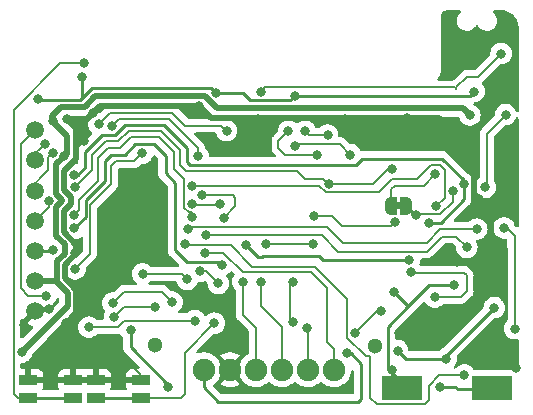
<source format=gbr>
%TF.GenerationSoftware,KiCad,Pcbnew,(6.0.9-0)*%
%TF.CreationDate,2022-11-16T12:00:47+01:00*%
%TF.ProjectId,GlowBand PCB,476c6f77-4261-46e6-9420-5043422e6b69,rev?*%
%TF.SameCoordinates,Original*%
%TF.FileFunction,Copper,L2,Bot*%
%TF.FilePolarity,Positive*%
%FSLAX46Y46*%
G04 Gerber Fmt 4.6, Leading zero omitted, Abs format (unit mm)*
G04 Created by KiCad (PCBNEW (6.0.9-0)) date 2022-11-16 12:00:47*
%MOMM*%
%LPD*%
G01*
G04 APERTURE LIST*
G04 Aperture macros list*
%AMFreePoly0*
4,1,22,0.500000,-0.750000,0.000000,-0.750000,0.000000,-0.745033,-0.079941,-0.743568,-0.215256,-0.701293,-0.333266,-0.622738,-0.424486,-0.514219,-0.481581,-0.384460,-0.499164,-0.250000,-0.500000,-0.250000,-0.500000,0.250000,-0.499164,0.250000,-0.499963,0.256109,-0.478152,0.396186,-0.417904,0.524511,-0.324060,0.630769,-0.204165,0.706417,-0.067858,0.745374,0.000000,0.744959,0.000000,0.750000,
0.500000,0.750000,0.500000,-0.750000,0.500000,-0.750000,$1*%
%AMFreePoly1*
4,1,20,0.000000,0.744959,0.073905,0.744508,0.209726,0.703889,0.328688,0.626782,0.421226,0.519385,0.479903,0.390333,0.500000,0.250000,0.500000,-0.250000,0.499851,-0.262216,0.476331,-0.402017,0.414519,-0.529596,0.319384,-0.634700,0.198574,-0.708877,0.061801,-0.746166,0.000000,-0.745033,0.000000,-0.750000,-0.500000,-0.750000,-0.500000,0.750000,0.000000,0.750000,0.000000,0.744959,
0.000000,0.744959,$1*%
G04 Aperture macros list end*
%TA.AperFunction,ComponentPad*%
%ADD10C,1.900000*%
%TD*%
%TA.AperFunction,SMDPad,CuDef*%
%ADD11C,1.500000*%
%TD*%
%TA.AperFunction,SMDPad,CuDef*%
%ADD12FreePoly0,180.000000*%
%TD*%
%TA.AperFunction,SMDPad,CuDef*%
%ADD13FreePoly1,180.000000*%
%TD*%
%TA.AperFunction,SMDPad,CuDef*%
%ADD14R,1.500000X0.900000*%
%TD*%
%TA.AperFunction,SMDPad,CuDef*%
%ADD15R,3.500000X2.000000*%
%TD*%
%TA.AperFunction,ViaPad*%
%ADD16C,1.300000*%
%TD*%
%TA.AperFunction,ViaPad*%
%ADD17C,0.800000*%
%TD*%
%TA.AperFunction,Conductor*%
%ADD18C,0.250000*%
%TD*%
%TA.AperFunction,Conductor*%
%ADD19C,0.200000*%
%TD*%
%TA.AperFunction,Conductor*%
%ADD20C,0.500000*%
%TD*%
%TA.AperFunction,Conductor*%
%ADD21C,0.150000*%
%TD*%
%TA.AperFunction,Conductor*%
%ADD22C,0.400000*%
%TD*%
G04 APERTURE END LIST*
%TO.C,JP1*%
G36*
X105228200Y-68143400D02*
G01*
X104728200Y-68143400D01*
X104728200Y-67543400D01*
X105228200Y-67543400D01*
X105228200Y-68143400D01*
G37*
%TD*%
D10*
%TO.P,P9,1*%
%TO.N,VBUS*%
X88468400Y-81706030D03*
%TO.P,P9,2*%
%TO.N,GND*%
X90668400Y-81706030D03*
%TO.P,P9,3*%
%TO.N,RXD0*%
X92868400Y-81706030D03*
%TO.P,P9,4*%
%TO.N,TXD0*%
X95068400Y-81706030D03*
%TO.P,P9,5*%
%TO.N,IO0*%
X97268400Y-81706030D03*
%TO.P,P9,6*%
%TO.N,EN*%
X99468400Y-81706030D03*
%TD*%
D11*
%TO.P,TP2,1,1*%
%TO.N,IO13{slash}TCK*%
X74168000Y-63991068D03*
%TD*%
D12*
%TO.P,JP1,1,A*%
%TO.N,3.3V AFTER MOSFET*%
X105628200Y-67843400D03*
D13*
%TO.P,JP1,2,B*%
%TO.N,Net-(C14-Pad2)*%
X104328200Y-67843400D03*
%TD*%
D14*
%TO.P,SW3,1,1*%
%TO.N,GND*%
X77414124Y-82600366D03*
X73614276Y-82600366D03*
%TO.P,SW3,2,2*%
%TO.N,Net-(R18-Pad1)*%
X73614276Y-84100494D03*
X77414124Y-84100494D03*
%TD*%
D11*
%TO.P,TP6,1,1*%
%TO.N,GND*%
X74168000Y-76733398D03*
%TD*%
%TO.P,TP4,1,1*%
%TO.N,IO15{slash}WS{slash}TDO*%
X74168000Y-69088000D03*
%TD*%
D15*
%TO.P,P8,1*%
%TO.N,-BATT*%
X105232200Y-83286600D03*
%TD*%
%TO.P,P7,1*%
%TO.N,Net-(P7-Pad1)*%
X112877600Y-83286600D03*
%TD*%
D14*
%TO.P,SW4,1,1*%
%TO.N,GND*%
X79354676Y-82600366D03*
X83154524Y-82600366D03*
%TO.P,SW4,2,2*%
%TO.N,Net-(R19-Pad1)*%
X79354676Y-84100494D03*
X83154524Y-84100494D03*
%TD*%
D11*
%TO.P,TP7,1,1*%
%TO.N,+5V*%
X74168000Y-74184932D03*
%TD*%
%TO.P,TP3,1,1*%
%TO.N,IO14{slash}SCK{slash}TMS*%
X74168000Y-66539534D03*
%TD*%
%TO.P,TP1,1,1*%
%TO.N,IO12{slash}TDI*%
X74168000Y-61442602D03*
%TD*%
%TO.P,TP5,1,1*%
%TO.N,3.3V AFTER MOSFET*%
X74168000Y-71636466D03*
%TD*%
D16*
%TO.N,*%
X102971600Y-79705200D03*
X84302600Y-79654400D03*
D17*
%TO.N,Net-(C1-Pad1)*%
X82270600Y-78333600D03*
X85471000Y-83134200D03*
%TO.N,GND*%
X77570500Y-71831200D03*
X112547400Y-74803000D03*
X114869865Y-81575793D03*
X75793600Y-82016600D03*
X76911200Y-60514100D03*
X93048700Y-62043700D03*
X81559834Y-82600366D03*
X109550200Y-56057800D03*
X76820882Y-77774771D03*
X75336400Y-76555600D03*
X73228200Y-77927200D03*
X109905800Y-72593200D03*
X112649000Y-78867000D03*
X105714800Y-60426600D03*
X78301162Y-62330873D03*
X87160100Y-76415900D03*
X81026000Y-80060800D03*
X104597200Y-62661800D03*
X111785400Y-67284600D03*
X107035600Y-77038200D03*
X104978200Y-78613000D03*
X80441800Y-73812400D03*
X106654600Y-79603600D03*
X93065600Y-60463300D03*
X79086688Y-59985888D03*
X88061800Y-59421900D03*
X112598200Y-73177400D03*
X100406200Y-60463300D03*
%TO.N,5V AFTER MOSFET*%
X110490000Y-65989200D03*
X107556900Y-69262260D03*
X77520800Y-65222900D03*
%TO.N,+3V3*%
X98018600Y-63500000D03*
X111353600Y-58166000D03*
X96215200Y-58496200D03*
X89535000Y-58318400D03*
X74459500Y-58775600D03*
X96062800Y-74269600D03*
X95631000Y-61493400D03*
X78130400Y-56921400D03*
X95986600Y-77698600D03*
%TO.N,3.3V AFTER MOSFET*%
X109538900Y-66573400D03*
X75742800Y-71577200D03*
X106460532Y-68591707D03*
X112292276Y-66273507D03*
X105884900Y-72415400D03*
X92049600Y-71145400D03*
X89992200Y-72847200D03*
X77514268Y-69741868D03*
X114020600Y-60121800D03*
%TO.N,+5V*%
X110998000Y-60147200D03*
X73050400Y-80213200D03*
X76644500Y-63639700D03*
X75692000Y-60629800D03*
%TO.N,Net-(C14-Pad2)*%
X108085451Y-65151000D03*
%TO.N,EN*%
X88569800Y-71819900D03*
%TO.N,IO0*%
X97180400Y-78181200D03*
%TO.N,VBUS*%
X104876600Y-80086200D03*
X113055400Y-76454000D03*
X100584000Y-80314800D03*
X108991400Y-80772000D03*
%TO.N,+BATT*%
X87706200Y-77546200D03*
X101294700Y-78602696D03*
X103479600Y-76733400D03*
X78740000Y-78105000D03*
%TO.N,-BATT*%
X104419400Y-81737200D03*
X109626400Y-74549000D03*
X104596395Y-75114563D03*
%TO.N,IO12{slash}TDI*%
X80746600Y-76073000D03*
X85775800Y-75971400D03*
X75107800Y-75438000D03*
%TO.N,IO13{slash}TCK*%
X88112600Y-73380600D03*
X88276300Y-66954400D03*
X80670400Y-61087000D03*
X89687400Y-74396600D03*
X87985600Y-63627000D03*
X75020439Y-62603598D03*
X90164931Y-68824849D03*
%TO.N,IO14{slash}SCK{slash}TMS*%
X87056600Y-74055600D03*
X75688922Y-63346656D03*
X97688400Y-71032500D03*
X83286600Y-73597100D03*
X104665767Y-69192900D03*
X93700600Y-71043800D03*
X97790000Y-68656200D03*
%TO.N,IO15{slash}WS{slash}TDO*%
X99085400Y-66014600D03*
X104394000Y-64744600D03*
X75333858Y-67385684D03*
X77564557Y-66221444D03*
%TO.N,LED1 DATA OUT*%
X110744000Y-71348600D03*
X87503000Y-68803337D03*
X88646000Y-70332100D03*
X77506700Y-68605400D03*
%TO.N,Net-(P7-Pad1)*%
X108491459Y-83173806D03*
%TO.N,Net-(R4-Pad1)*%
X77570500Y-73177400D03*
X83261200Y-63373000D03*
%TO.N,IO25{slash}VBUS*%
X80899000Y-77216000D03*
X84353400Y-76428600D03*
%TO.N,IO26{slash}BATT VOLT*%
X86918800Y-71069200D03*
X110530108Y-82156900D03*
%TO.N,Net-(R17-Pad2)*%
X106049299Y-73452501D03*
X108026200Y-75565000D03*
%TO.N,Net-(R18-Pad1)*%
X78308200Y-55778400D03*
%TO.N,Net-(R19-Pad1)*%
X89357200Y-77774800D03*
%TO.N,IO33{slash}MAINBUTTON*%
X113639600Y-54940200D03*
X89839800Y-67640200D03*
X93294200Y-58178600D03*
X87477600Y-67716400D03*
%TO.N,IO4{slash}BUTTON2*%
X79591399Y-60908311D03*
X97053400Y-61493400D03*
X98958400Y-61849000D03*
X90398600Y-61468000D03*
%TO.N,IO32{slash}SD*%
X87477600Y-66192400D03*
X108127800Y-67868800D03*
%TO.N,IO27{slash}BATT CHARGING*%
X114782600Y-78232000D03*
X111582200Y-69799200D03*
X87148202Y-69824600D03*
X113893600Y-69697600D03*
%TO.N,RXD0*%
X91770200Y-74274778D03*
X100863400Y-63500000D03*
X96189800Y-62788800D03*
%TO.N,TXD0*%
X93319600Y-74269600D03*
%TD*%
D18*
%TO.N,Net-(C1-Pad1)*%
X82270600Y-79806800D02*
X82270600Y-78333600D01*
X85471000Y-83007200D02*
X82270600Y-79806800D01*
X85471000Y-83134200D02*
X85471000Y-83007200D01*
%TO.N,GND*%
X79425800Y-59646776D02*
X79425800Y-59613800D01*
D19*
X75793600Y-82574532D02*
X75819434Y-82600366D01*
D20*
X75793600Y-82016600D02*
X75336400Y-81559400D01*
X77687400Y-63854218D02*
X77687400Y-62825400D01*
X111785400Y-67284600D02*
X112793600Y-68292800D01*
X88061800Y-59385200D02*
X79654400Y-59385200D01*
X108407200Y-60426600D02*
X105714800Y-60426600D01*
D18*
X112793600Y-70153235D02*
X114046000Y-71405635D01*
X83027524Y-82600366D02*
X79227676Y-82600366D01*
D21*
X81026000Y-80060800D02*
X83027524Y-82062324D01*
D20*
X77901800Y-61137800D02*
X79425800Y-59613800D01*
D18*
X104978200Y-78613000D02*
X106553000Y-77038200D01*
D20*
X77687400Y-71116982D02*
X76656700Y-70086282D01*
D21*
X77806635Y-62825400D02*
X77687400Y-62825400D01*
X78301162Y-62330873D02*
X77806635Y-62825400D01*
D20*
X76720500Y-73977950D02*
X76720500Y-72825318D01*
X76670800Y-64870818D02*
X77687400Y-63854218D01*
X111785400Y-67284600D02*
X111353600Y-66852800D01*
X111353600Y-66852800D02*
X111353600Y-63373000D01*
X77266800Y-67643218D02*
X77266800Y-67125769D01*
X77687400Y-62825400D02*
X77687400Y-61352200D01*
D18*
X106553000Y-77038200D02*
X107035600Y-77038200D01*
X112776000Y-80128230D02*
X112776000Y-78682965D01*
D20*
X105714800Y-60426600D02*
X89103200Y-60426600D01*
D18*
X112649000Y-78809964D02*
X113115782Y-78343182D01*
D20*
X76656700Y-68253318D02*
X77266800Y-67643218D01*
X76720500Y-72825318D02*
X77687400Y-71858418D01*
X77687400Y-61352200D02*
X77901800Y-61137800D01*
D18*
X75819434Y-82600366D02*
X76779124Y-82600366D01*
X76911200Y-60514100D02*
X77278100Y-60514100D01*
X114046000Y-77412965D02*
X113115782Y-78343182D01*
D20*
X77687400Y-74944850D02*
X76720500Y-73977950D01*
D18*
X77278100Y-60514100D02*
X77901800Y-61137800D01*
X112649000Y-78867000D02*
X112649000Y-78809964D01*
D20*
X77687400Y-71858418D02*
X77687400Y-71116982D01*
X75336400Y-81559400D02*
X75336400Y-79298800D01*
D22*
X76098400Y-78536800D02*
X76820882Y-77814318D01*
D20*
X112793600Y-68292800D02*
X112793600Y-70153235D01*
D18*
X114223563Y-81575793D02*
X112776000Y-80128230D01*
X114869865Y-81575793D02*
X114223563Y-81575793D01*
D20*
X77266800Y-67125769D02*
X76670800Y-66529769D01*
D22*
X75336400Y-76555600D02*
X74345798Y-76555600D01*
X74345798Y-76555600D02*
X74168000Y-76733398D01*
D20*
X89103200Y-60426600D02*
X88061800Y-59385200D01*
D18*
X114046000Y-71405635D02*
X114046000Y-77412965D01*
X72979276Y-82600366D02*
X75819434Y-82600366D01*
D19*
X75793600Y-82016600D02*
X75793600Y-82574532D01*
D20*
X79654400Y-59385200D02*
X79425800Y-59613800D01*
X76098400Y-78536800D02*
X77687400Y-76947800D01*
X75336400Y-79298800D02*
X76098400Y-78536800D01*
D18*
X79086688Y-59985888D02*
X79425800Y-59646776D01*
D20*
X77687400Y-76947800D02*
X77687400Y-74944850D01*
X76656700Y-70086282D02*
X76656700Y-68253318D01*
D18*
X112776000Y-78682965D02*
X113115782Y-78343182D01*
D20*
X111353600Y-63373000D02*
X108407200Y-60426600D01*
X76670800Y-66529769D02*
X76670800Y-64870818D01*
D21*
X83027524Y-82062324D02*
X83027524Y-82600366D01*
D22*
X76820882Y-77814318D02*
X76820882Y-77774771D01*
D18*
%TO.N,5V AFTER MOSFET*%
X81797305Y-60985400D02*
X85115400Y-60985400D01*
X87071200Y-64084200D02*
X87339000Y-64352000D01*
X87339000Y-64352000D02*
X101383000Y-64352000D01*
X77779100Y-65222900D02*
X78435200Y-64566800D01*
X78435200Y-64566800D02*
X78435200Y-63271400D01*
X78435200Y-63271400D02*
X79857600Y-61849000D01*
X108512340Y-69262260D02*
X110490000Y-67284600D01*
X85115400Y-60985400D02*
X87071200Y-62941200D01*
X101904800Y-63830200D02*
X108635800Y-63830200D01*
X107556900Y-69262260D02*
X108512340Y-69262260D01*
X110490000Y-65684400D02*
X110490000Y-65989200D01*
X108635800Y-63830200D02*
X110490000Y-65684400D01*
X79857600Y-61849000D02*
X80933705Y-61849000D01*
X87071200Y-62941200D02*
X87071200Y-64084200D01*
X101383000Y-64352000D02*
X101904800Y-63830200D01*
X77520800Y-65222900D02*
X77779100Y-65222900D01*
X110490000Y-67284600D02*
X110490000Y-65989200D01*
X80933705Y-61849000D02*
X81797305Y-60985400D01*
%TO.N,+3V3*%
X89535000Y-58318400D02*
X91795600Y-58318400D01*
X92380800Y-58903600D02*
X95807800Y-58903600D01*
X74587000Y-58903100D02*
X78028300Y-58903100D01*
X74459500Y-58775600D02*
X74587000Y-58903100D01*
X79044800Y-57886600D02*
X89103200Y-57886600D01*
X78028300Y-58903100D02*
X79044800Y-57886600D01*
D21*
X95758000Y-74574400D02*
X95758000Y-77470000D01*
X94792800Y-62331600D02*
X95631000Y-61493400D01*
D18*
X95807800Y-58903600D02*
X96215200Y-58496200D01*
X96215200Y-58496200D02*
X111023400Y-58496200D01*
X78130400Y-56921400D02*
X78130400Y-58801000D01*
X91795600Y-58318400D02*
X92380800Y-58903600D01*
D21*
X95758000Y-77470000D02*
X95986600Y-77698600D01*
X94792800Y-62941200D02*
X94792800Y-62331600D01*
D18*
X89103200Y-57886600D02*
X89535000Y-58318400D01*
D21*
X98018600Y-63500000D02*
X95351600Y-63500000D01*
X78130400Y-58801000D02*
X78028300Y-58903100D01*
X95351600Y-63500000D02*
X94792800Y-62941200D01*
X96062800Y-74269600D02*
X95758000Y-74574400D01*
D18*
X111023400Y-58496200D02*
X111353600Y-58166000D01*
%TO.N,3.3V AFTER MOSFET*%
X75742800Y-71577200D02*
X75683534Y-71636466D01*
D21*
X112292276Y-66273507D02*
X112420400Y-66145383D01*
D18*
X86029800Y-71602600D02*
X87020400Y-72593200D01*
X106376507Y-68591707D02*
X105628200Y-67843400D01*
X80086200Y-65706081D02*
X80086200Y-64033400D01*
X81762600Y-63500000D02*
X82626200Y-62636400D01*
X85242400Y-65074800D02*
X86029800Y-65862200D01*
D21*
X108468800Y-68543800D02*
X106508439Y-68543800D01*
D18*
X80086200Y-64033400D02*
X80619600Y-63500000D01*
X84277200Y-62636400D02*
X85242400Y-63601600D01*
X87020400Y-72593200D02*
X89738200Y-72593200D01*
X93446600Y-72110600D02*
X93395800Y-72161400D01*
X105884900Y-72415400D02*
X103911400Y-72415400D01*
X82626200Y-62636400D02*
X84277200Y-62636400D01*
X93065600Y-72161400D02*
X92049600Y-71145400D01*
X103911400Y-72415400D02*
X99187000Y-72415400D01*
D21*
X112420400Y-66145383D02*
X112420400Y-61722000D01*
D18*
X86029800Y-65862200D02*
X86029800Y-71602600D01*
D21*
X106508439Y-68543800D02*
X106460532Y-68591707D01*
X109538900Y-66573400D02*
X109538900Y-67473700D01*
D18*
X78467000Y-67325281D02*
X80086200Y-65706081D01*
X80619600Y-63500000D02*
X81762600Y-63500000D01*
X75683534Y-71636466D02*
X73613764Y-71636466D01*
D21*
X109538900Y-67473700D02*
X108468800Y-68543800D01*
D18*
X78467000Y-68789136D02*
X78467000Y-67325281D01*
X89738200Y-72593200D02*
X89992200Y-72847200D01*
X85242400Y-63601600D02*
X85242400Y-65074800D01*
X93395800Y-72161400D02*
X93065600Y-72161400D01*
D21*
X112420400Y-61722000D02*
X114020600Y-60121800D01*
D18*
X98247200Y-72110600D02*
X93446600Y-72110600D01*
X98552000Y-72415400D02*
X98247200Y-72110600D01*
X106460532Y-68591707D02*
X106376507Y-68591707D01*
X77514268Y-69741868D02*
X78467000Y-68789136D01*
X99187000Y-72415400D02*
X98552000Y-72415400D01*
D20*
%TO.N,+5V*%
X79298800Y-58572400D02*
X88544400Y-58572400D01*
D18*
X75590400Y-60629800D02*
X75692000Y-60629800D01*
D20*
X75937532Y-74184932D02*
X74168000Y-74184932D01*
X73050400Y-80213200D02*
X76987400Y-76276200D01*
X76479400Y-67328319D02*
X76479400Y-67440668D01*
X89548600Y-59576600D02*
X110427400Y-59576600D01*
X76361100Y-59478100D02*
X78393100Y-59478100D01*
X75970800Y-64313400D02*
X75970800Y-66819719D01*
X76860400Y-61899800D02*
X76860400Y-63423800D01*
X76987400Y-76276200D02*
X76987400Y-75234800D01*
X76987400Y-75234800D02*
X75937532Y-74184932D01*
X76860400Y-63423800D02*
X75970800Y-64313400D01*
X76479400Y-67440668D02*
X75956700Y-67963368D01*
X75956700Y-67963368D02*
X75956700Y-70376232D01*
X75956700Y-70376232D02*
X76682600Y-71102132D01*
X110427400Y-59576600D02*
X110998000Y-60147200D01*
X88544400Y-58572400D02*
X89548600Y-59576600D01*
X75590400Y-60248800D02*
X76361100Y-59478100D01*
X78393100Y-59478100D02*
X79298800Y-58572400D01*
X75970800Y-66819719D02*
X76479400Y-67328319D01*
X76682600Y-71102132D02*
X76682600Y-71873268D01*
X75590400Y-60629800D02*
X76860400Y-61899800D01*
X76682600Y-71873268D02*
X76020500Y-72535368D01*
X75590400Y-60629800D02*
X75590400Y-60248800D01*
X76020500Y-74267900D02*
X76987400Y-75234800D01*
X76020500Y-72535368D02*
X76020500Y-74267900D01*
D19*
%TO.N,Net-(C14-Pad2)*%
X107120251Y-66116200D02*
X108085451Y-65151000D01*
X104328200Y-67843400D02*
X104328200Y-66436000D01*
X104648000Y-66116200D02*
X107120251Y-66116200D01*
X104328200Y-66436000D02*
X104648000Y-66116200D01*
D21*
%TO.N,EN*%
X98882200Y-74803000D02*
X98882200Y-79375000D01*
X91770200Y-73456800D02*
X97536000Y-73456800D01*
X90133300Y-71819900D02*
X91770200Y-73456800D01*
X97536000Y-73456800D02*
X98882200Y-74803000D01*
X99468400Y-79961200D02*
X99468400Y-81706030D01*
X98882200Y-79375000D02*
X99468400Y-79961200D01*
X88569800Y-71819900D02*
X90133300Y-71819900D01*
%TO.N,IO0*%
X97180400Y-78181200D02*
X97268400Y-78269200D01*
X97268400Y-78269200D02*
X97268400Y-81706030D01*
D18*
%TO.N,VBUS*%
X113055400Y-76454000D02*
X108991400Y-80518000D01*
X108991400Y-80518000D02*
X108991400Y-80772000D01*
X100584000Y-80314800D02*
X100914200Y-80314800D01*
X104876600Y-80086200D02*
X105562400Y-80772000D01*
X89712800Y-84429600D02*
X88468400Y-83185200D01*
X101803200Y-84150200D02*
X101523800Y-84429600D01*
X101523800Y-84429600D02*
X89712800Y-84429600D01*
X101803200Y-81203800D02*
X101803200Y-84150200D01*
X100914200Y-80314800D02*
X101803200Y-81203800D01*
X105562400Y-80772000D02*
X108991400Y-80772000D01*
X88468400Y-83185200D02*
X88468400Y-81706030D01*
D19*
%TO.N,+BATT*%
X87706200Y-77546200D02*
X81737200Y-77546200D01*
X78765400Y-78079600D02*
X78740000Y-78105000D01*
X101294700Y-78602696D02*
X103163996Y-76733400D01*
X103163996Y-76733400D02*
X103479600Y-76733400D01*
X81203800Y-78079600D02*
X78765400Y-78079600D01*
X81737200Y-77546200D02*
X81203800Y-78079600D01*
D18*
%TO.N,-BATT*%
X104596395Y-75114563D02*
X105765600Y-76283768D01*
D21*
X104419400Y-81737200D02*
X104419400Y-82473800D01*
D18*
X104063800Y-81623230D02*
X105765600Y-83325030D01*
X109626400Y-74549000D02*
X107569000Y-74549000D01*
D21*
X104419400Y-82473800D02*
X105232200Y-83286600D01*
D18*
X107569000Y-74549000D02*
X105765600Y-76352400D01*
X105765600Y-76352400D02*
X104063800Y-78054200D01*
X104063800Y-78054200D02*
X104063800Y-81623230D01*
X105765600Y-76283768D02*
X105765600Y-76352400D01*
D21*
%TO.N,IO12{slash}TDI*%
X74168000Y-61442602D02*
X72974200Y-62636402D01*
X81686400Y-75133200D02*
X84937600Y-75133200D01*
X73583800Y-75438000D02*
X75107800Y-75438000D01*
X72974200Y-62636402D02*
X72974200Y-74828400D01*
X84937600Y-75133200D02*
X85775800Y-75971400D01*
X72974200Y-74828400D02*
X73583800Y-75438000D01*
X80746600Y-76073000D02*
X81686400Y-75133200D01*
%TO.N,IO13{slash}TCK*%
X85521800Y-60477400D02*
X87985600Y-62941200D01*
X91109800Y-67879980D02*
X90164931Y-68824849D01*
X90932000Y-66954400D02*
X91109800Y-67132200D01*
X75020439Y-62603598D02*
X75001234Y-62603598D01*
X88276300Y-66954400D02*
X90932000Y-66954400D01*
X75001234Y-62603598D02*
X73609200Y-63995632D01*
X91109800Y-67132200D02*
X91109800Y-67879980D01*
X88671400Y-73380600D02*
X89687400Y-74396600D01*
X88112600Y-73380600D02*
X88671400Y-73380600D01*
X81280000Y-60477400D02*
X85521800Y-60477400D01*
X87985600Y-62941200D02*
X87985600Y-63627000D01*
X80670400Y-61087000D02*
X81280000Y-60477400D01*
%TO.N,IO14{slash}SCK{slash}TMS*%
X75311000Y-64842298D02*
X73609200Y-66544098D01*
X100203000Y-69570600D02*
X99288600Y-68656200D01*
X97677100Y-71043800D02*
X97688400Y-71032500D01*
X99288600Y-68656200D02*
X97790000Y-68656200D01*
X86598100Y-73597100D02*
X87056600Y-74055600D01*
X83286600Y-73597100D02*
X86598100Y-73597100D01*
X93700600Y-71043800D02*
X97677100Y-71043800D01*
X104288067Y-69570600D02*
X100203000Y-69570600D01*
X104665767Y-69192900D02*
X104288067Y-69570600D01*
X75311000Y-63724578D02*
X75311000Y-64842298D01*
X75688922Y-63346656D02*
X75311000Y-63724578D01*
%TO.N,IO15{slash}WS{slash}TDO*%
X74168000Y-69088000D02*
X75333858Y-67922142D01*
X84836000Y-61493400D02*
X86487000Y-63144400D01*
X97078800Y-65532000D02*
X98602800Y-65532000D01*
X77564557Y-66221444D02*
X78994000Y-64792001D01*
X82118200Y-61493400D02*
X84836000Y-61493400D01*
X78994000Y-64792001D02*
X78994000Y-63550800D01*
X103251000Y-65557400D02*
X104063800Y-64744600D01*
X98602800Y-65532000D02*
X99085400Y-66014600D01*
X75333858Y-67922142D02*
X75333858Y-67385684D01*
X102793800Y-66014600D02*
X103251000Y-65557400D01*
X81229200Y-62382400D02*
X82118200Y-61493400D01*
X80162400Y-62382400D02*
X81229200Y-62382400D01*
X86969600Y-64846200D02*
X96393000Y-64846200D01*
X78994000Y-63550800D02*
X80162400Y-62382400D01*
X96393000Y-64846200D02*
X97078800Y-65532000D01*
X86487000Y-63144400D02*
X86487000Y-64363600D01*
X99085400Y-66014600D02*
X102793800Y-66014600D01*
X104063800Y-64744600D02*
X104394000Y-64744600D01*
X86487000Y-64363600D02*
X86969600Y-64846200D01*
%TO.N,LED1 DATA OUT*%
X81407000Y-62915800D02*
X80365600Y-62915800D01*
X85979000Y-63296800D02*
X84683600Y-62001400D01*
X80365600Y-62915800D02*
X79476600Y-63804800D01*
X87198005Y-68391400D02*
X86802600Y-67995995D01*
X77908200Y-68203900D02*
X77506700Y-68605400D01*
X108610400Y-70434200D02*
X109829600Y-70434200D01*
X79476600Y-63804800D02*
X79476600Y-65749995D01*
X87503000Y-68391400D02*
X87198005Y-68391400D01*
X86802600Y-67995995D02*
X86802600Y-65542800D01*
X77908200Y-67318395D02*
X77908200Y-68203900D01*
X85979000Y-64719200D02*
X85979000Y-63296800D01*
X79476600Y-65749995D02*
X77908200Y-67318395D01*
X87503000Y-68803337D02*
X87503000Y-68391400D01*
X88646000Y-70332100D02*
X88646500Y-70332600D01*
X88646500Y-70332600D02*
X98450400Y-70332600D01*
X109829600Y-70434200D02*
X110744000Y-71348600D01*
X98450400Y-70332600D02*
X99822000Y-71704200D01*
X82321400Y-62001400D02*
X81407000Y-62915800D01*
X99822000Y-71704200D02*
X107340400Y-71704200D01*
X84683600Y-62001400D02*
X82321400Y-62001400D01*
X86802600Y-65542800D02*
X85979000Y-64719200D01*
X107340400Y-71704200D02*
X108610400Y-70434200D01*
D18*
%TO.N,Net-(P7-Pad1)*%
X109943570Y-83325030D02*
X112572800Y-83325030D01*
X108491459Y-83173806D02*
X109792346Y-83173806D01*
X109792346Y-83173806D02*
X109943570Y-83325030D01*
D21*
%TO.N,Net-(R4-Pad1)*%
X77570500Y-73177400D02*
X78867000Y-71880900D01*
X78867000Y-71880900D02*
X78867000Y-67741800D01*
X80619600Y-65989200D02*
X80619600Y-64490600D01*
X80619600Y-64490600D02*
X81051400Y-64058800D01*
X78867000Y-67741800D02*
X80619600Y-65989200D01*
X81051400Y-64058800D02*
X82575400Y-64058800D01*
X82575400Y-64058800D02*
X83261200Y-63373000D01*
%TO.N,IO25{slash}VBUS*%
X84302600Y-76377800D02*
X84353400Y-76428600D01*
X81737200Y-76377800D02*
X84302600Y-76377800D01*
X80899000Y-77216000D02*
X81737200Y-76377800D01*
%TO.N,IO26{slash}BATT VOLT*%
X102539800Y-80581548D02*
X102539800Y-84074000D01*
X97891600Y-72974200D02*
X100620200Y-75702800D01*
X110492608Y-82194400D02*
X110530108Y-82156900D01*
X102539800Y-84074000D02*
X103098600Y-84632800D01*
X102207553Y-80581548D02*
X102539800Y-80581548D01*
X86918800Y-71069200D02*
X86995000Y-71145400D01*
X86995000Y-71145400D02*
X90754200Y-71145400D01*
X100620200Y-78994195D02*
X102207553Y-80581548D01*
X107543600Y-84251800D02*
X107543600Y-83058000D01*
X90754200Y-71145400D02*
X92583000Y-72974200D01*
X103098600Y-84632800D02*
X107162600Y-84632800D01*
X107162600Y-84632800D02*
X107543600Y-84251800D01*
X107543600Y-83058000D02*
X108407200Y-82194400D01*
X92583000Y-72974200D02*
X97891600Y-72974200D01*
X108407200Y-82194400D02*
X110492608Y-82194400D01*
X100620200Y-75702800D02*
X100620200Y-78994195D01*
%TO.N,Net-(R17-Pad2)*%
X110718600Y-73710800D02*
X110718600Y-75057000D01*
X110490000Y-73482200D02*
X110718600Y-73710800D01*
X110210600Y-75565000D02*
X108026200Y-75565000D01*
X106049299Y-73452501D02*
X106078998Y-73482200D01*
X106078998Y-73482200D02*
X110490000Y-73482200D01*
X110718600Y-75057000D02*
X110210600Y-75565000D01*
%TO.N,Net-(R18-Pad1)*%
X78308200Y-55778400D02*
X76276200Y-55778400D01*
D18*
X76779124Y-84100494D02*
X72979276Y-84100494D01*
D21*
X76276200Y-55778400D02*
X72364600Y-59690000D01*
X72364600Y-83735690D02*
X72729404Y-84100494D01*
X72729404Y-84100494D02*
X72979276Y-84100494D01*
X72364600Y-59690000D02*
X72364600Y-83735690D01*
D18*
%TO.N,Net-(R19-Pad1)*%
X79227676Y-84100494D02*
X83027524Y-84100494D01*
D19*
X89357200Y-77774800D02*
X86868000Y-80264000D01*
X86868000Y-83794600D02*
X86562106Y-84100494D01*
X86562106Y-84100494D02*
X83027524Y-84100494D01*
X86868000Y-80264000D02*
X86868000Y-83794600D01*
D21*
%TO.N,IO33{slash}MAINBUTTON*%
X89738200Y-67741800D02*
X87503000Y-67741800D01*
X111683800Y-56896000D02*
X113639600Y-54940200D01*
X110744000Y-56896000D02*
X111683800Y-56896000D01*
X109855000Y-57785000D02*
X110744000Y-56896000D01*
X109855000Y-57962800D02*
X109855000Y-57785000D01*
X109702600Y-57810400D02*
X109855000Y-57962800D01*
X93294200Y-58178600D02*
X93662400Y-57810400D01*
X87503000Y-67741800D02*
X87477600Y-67716400D01*
X89839800Y-67640200D02*
X89738200Y-67741800D01*
X93662400Y-57810400D02*
X109702600Y-57810400D01*
%TO.N,IO4{slash}BUTTON2*%
X80530310Y-59969400D02*
X85801200Y-59969400D01*
X89966800Y-61036200D02*
X90398600Y-61468000D01*
X79591399Y-60908311D02*
X80530310Y-59969400D01*
X86868000Y-61036200D02*
X89966800Y-61036200D01*
X85801200Y-59969400D02*
X86868000Y-61036200D01*
X97409000Y-61849000D02*
X97053400Y-61493400D01*
X98958400Y-61849000D02*
X97409000Y-61849000D01*
%TO.N,IO32{slash}SD*%
X107670600Y-64389000D02*
X108458000Y-64389000D01*
X104419400Y-65532000D02*
X106527600Y-65532000D01*
X106527600Y-65532000D02*
X107670600Y-64389000D01*
X108458000Y-64389000D02*
X108864400Y-64795400D01*
X108864400Y-67132200D02*
X108127800Y-67868800D01*
X87528400Y-66141600D02*
X98257805Y-66141600D01*
X87477600Y-66192400D02*
X87528400Y-66141600D01*
X108864400Y-64795400D02*
X108864400Y-67132200D01*
X98257805Y-66141600D02*
X98805805Y-66689600D01*
X103261800Y-66689600D02*
X104419400Y-65532000D01*
X98805805Y-66689600D02*
X103261800Y-66689600D01*
D19*
%TO.N,IO27{slash}BATT CHARGING*%
X87340202Y-69632600D02*
X98893400Y-69632600D01*
X114122200Y-69697600D02*
X113893600Y-69697600D01*
X108508800Y-69799200D02*
X111582200Y-69799200D01*
X98893400Y-69632600D02*
X100228400Y-70967600D01*
X100228400Y-70967600D02*
X107340400Y-70967600D01*
X114782600Y-70358000D02*
X114122200Y-69697600D01*
X114782600Y-78232000D02*
X114782600Y-70358000D01*
X87148202Y-69824600D02*
X87340202Y-69632600D01*
X107340400Y-70967600D02*
X108508800Y-69799200D01*
D21*
%TO.N,RXD0*%
X96189800Y-62788800D02*
X96367600Y-62611000D01*
X96367600Y-62611000D02*
X99974400Y-62611000D01*
X91795600Y-77089000D02*
X92868400Y-78161800D01*
X99974400Y-62611000D02*
X100863400Y-63500000D01*
X91795600Y-74300178D02*
X91795600Y-77089000D01*
X92868400Y-78161800D02*
X92868400Y-81706030D01*
X91770200Y-74274778D02*
X91795600Y-74300178D01*
%TO.N,TXD0*%
X95068400Y-78075800D02*
X93319600Y-76327000D01*
X93319600Y-76327000D02*
X93319600Y-74269600D01*
X95068400Y-81706030D02*
X95068400Y-78075800D01*
%TD*%
%TA.AperFunction,Conductor*%
%TO.N,GND*%
G36*
X90840684Y-73372675D02*
G01*
X90891985Y-73403778D01*
X91038945Y-73550738D01*
X91072971Y-73613050D01*
X91067906Y-73683865D01*
X91043488Y-73724141D01*
X91035583Y-73732921D01*
X91035580Y-73732925D01*
X91031160Y-73737834D01*
X91027857Y-73743555D01*
X90957525Y-73865374D01*
X90935673Y-73903222D01*
X90876658Y-74084850D01*
X90875968Y-74091411D01*
X90875968Y-74091413D01*
X90871361Y-74135246D01*
X90856696Y-74274778D01*
X90857386Y-74281343D01*
X90873313Y-74432877D01*
X90876658Y-74464706D01*
X90935673Y-74646334D01*
X91031160Y-74811722D01*
X91035578Y-74816629D01*
X91035579Y-74816630D01*
X91140849Y-74933544D01*
X91158947Y-74953644D01*
X91164291Y-74957527D01*
X91169198Y-74961945D01*
X91167412Y-74963929D01*
X91203514Y-75010747D01*
X91212100Y-75056462D01*
X91212100Y-77042497D01*
X91211022Y-77058944D01*
X91207065Y-77089000D01*
X91224448Y-77221039D01*
X91227119Y-77241324D01*
X91285914Y-77383267D01*
X91379443Y-77505157D01*
X91385989Y-77510180D01*
X91403502Y-77523618D01*
X91415893Y-77534486D01*
X92247995Y-78366588D01*
X92282021Y-78428900D01*
X92284900Y-78455683D01*
X92284900Y-80288948D01*
X92264898Y-80357069D01*
X92217080Y-80400711D01*
X92088536Y-80467627D01*
X92084403Y-80470730D01*
X92084400Y-80470732D01*
X91900880Y-80608523D01*
X91896745Y-80611628D01*
X91893173Y-80615366D01*
X91737217Y-80778565D01*
X91731048Y-80785020D01*
X91728134Y-80789292D01*
X91728133Y-80789293D01*
X91714515Y-80809257D01*
X91595895Y-80983147D01*
X91579165Y-81019189D01*
X91497093Y-81195995D01*
X91497091Y-81196000D01*
X91494916Y-81200686D01*
X91493534Y-81205670D01*
X91489184Y-81221355D01*
X91456862Y-81276778D01*
X91040422Y-81693218D01*
X91032808Y-81707162D01*
X91032939Y-81708995D01*
X91037190Y-81715610D01*
X91458344Y-82136764D01*
X91485991Y-82178454D01*
X91560152Y-82361089D01*
X91560157Y-82361098D01*
X91562102Y-82365889D01*
X91564802Y-82370295D01*
X91564805Y-82370301D01*
X91684714Y-82565975D01*
X91687414Y-82570381D01*
X91844443Y-82751660D01*
X92028971Y-82904858D01*
X92236043Y-83025861D01*
X92240868Y-83027703D01*
X92240869Y-83027704D01*
X92319980Y-83057914D01*
X92460097Y-83111419D01*
X92465163Y-83112450D01*
X92465164Y-83112450D01*
X92478966Y-83115258D01*
X92695116Y-83159234D01*
X92830664Y-83164204D01*
X92929625Y-83167833D01*
X92929629Y-83167833D01*
X92934789Y-83168022D01*
X92939909Y-83167366D01*
X92939911Y-83167366D01*
X93167551Y-83138205D01*
X93167552Y-83138205D01*
X93172679Y-83137548D01*
X93179269Y-83135571D01*
X93397442Y-83070116D01*
X93397447Y-83070114D01*
X93402397Y-83068629D01*
X93617774Y-82963117D01*
X93621979Y-82960117D01*
X93621985Y-82960114D01*
X93723648Y-82887598D01*
X93813027Y-82823845D01*
X93876506Y-82760588D01*
X93938877Y-82726672D01*
X94009683Y-82731860D01*
X94045930Y-82752895D01*
X94208181Y-82887598D01*
X94228971Y-82904858D01*
X94436043Y-83025861D01*
X94440868Y-83027703D01*
X94440869Y-83027704D01*
X94519980Y-83057914D01*
X94660097Y-83111419D01*
X94665163Y-83112450D01*
X94665164Y-83112450D01*
X94678966Y-83115258D01*
X94895116Y-83159234D01*
X95030664Y-83164204D01*
X95129625Y-83167833D01*
X95129629Y-83167833D01*
X95134789Y-83168022D01*
X95139909Y-83167366D01*
X95139911Y-83167366D01*
X95367551Y-83138205D01*
X95367552Y-83138205D01*
X95372679Y-83137548D01*
X95379269Y-83135571D01*
X95597442Y-83070116D01*
X95597447Y-83070114D01*
X95602397Y-83068629D01*
X95817774Y-82963117D01*
X95821979Y-82960117D01*
X95821985Y-82960114D01*
X95923648Y-82887598D01*
X96013027Y-82823845D01*
X96076506Y-82760588D01*
X96138877Y-82726672D01*
X96209683Y-82731860D01*
X96245930Y-82752895D01*
X96408181Y-82887598D01*
X96428971Y-82904858D01*
X96636043Y-83025861D01*
X96640868Y-83027703D01*
X96640869Y-83027704D01*
X96719980Y-83057914D01*
X96860097Y-83111419D01*
X96865163Y-83112450D01*
X96865164Y-83112450D01*
X96878966Y-83115258D01*
X97095116Y-83159234D01*
X97230664Y-83164204D01*
X97329625Y-83167833D01*
X97329629Y-83167833D01*
X97334789Y-83168022D01*
X97339909Y-83167366D01*
X97339911Y-83167366D01*
X97567551Y-83138205D01*
X97567552Y-83138205D01*
X97572679Y-83137548D01*
X97579269Y-83135571D01*
X97797442Y-83070116D01*
X97797447Y-83070114D01*
X97802397Y-83068629D01*
X98017774Y-82963117D01*
X98021979Y-82960117D01*
X98021985Y-82960114D01*
X98123648Y-82887598D01*
X98213027Y-82823845D01*
X98276506Y-82760588D01*
X98338877Y-82726672D01*
X98409683Y-82731860D01*
X98445930Y-82752895D01*
X98608181Y-82887598D01*
X98628971Y-82904858D01*
X98836043Y-83025861D01*
X98840868Y-83027703D01*
X98840869Y-83027704D01*
X98919980Y-83057914D01*
X99060097Y-83111419D01*
X99065163Y-83112450D01*
X99065164Y-83112450D01*
X99078966Y-83115258D01*
X99295116Y-83159234D01*
X99430664Y-83164204D01*
X99529625Y-83167833D01*
X99529629Y-83167833D01*
X99534789Y-83168022D01*
X99539909Y-83167366D01*
X99539911Y-83167366D01*
X99767551Y-83138205D01*
X99767552Y-83138205D01*
X99772679Y-83137548D01*
X99779269Y-83135571D01*
X99997442Y-83070116D01*
X99997447Y-83070114D01*
X100002397Y-83068629D01*
X100217774Y-82963117D01*
X100221979Y-82960117D01*
X100221985Y-82960114D01*
X100323648Y-82887598D01*
X100413027Y-82823845D01*
X100582911Y-82654553D01*
X100722863Y-82459788D01*
X100726991Y-82451437D01*
X100826833Y-82249422D01*
X100826834Y-82249420D01*
X100829127Y-82244780D01*
X100898847Y-82015304D01*
X100918778Y-81863915D01*
X100947501Y-81798988D01*
X101006766Y-81759897D01*
X101077757Y-81759052D01*
X101137936Y-81796722D01*
X101168195Y-81860948D01*
X101169700Y-81880362D01*
X101169700Y-83670100D01*
X101149698Y-83738221D01*
X101096042Y-83784714D01*
X101043700Y-83796100D01*
X90027395Y-83796100D01*
X89959274Y-83776098D01*
X89938300Y-83759195D01*
X89278920Y-83099815D01*
X89244894Y-83037503D01*
X89249959Y-82966688D01*
X89294846Y-82908142D01*
X89299349Y-82904930D01*
X89834758Y-82904930D01*
X89838061Y-82909590D01*
X90031799Y-83022801D01*
X90041086Y-83027251D01*
X90255406Y-83109092D01*
X90265308Y-83111969D01*
X90490099Y-83157703D01*
X90500351Y-83158926D01*
X90729602Y-83167332D01*
X90739888Y-83166865D01*
X90967443Y-83137714D01*
X90977529Y-83135571D01*
X91197264Y-83069647D01*
X91206859Y-83065886D01*
X91412866Y-82964965D01*
X91421732Y-82959680D01*
X91489345Y-82911451D01*
X91497746Y-82900751D01*
X91490758Y-82887598D01*
X90681212Y-82078052D01*
X90667268Y-82070438D01*
X90665435Y-82070569D01*
X90658820Y-82074820D01*
X89842035Y-82891605D01*
X89834758Y-82904930D01*
X89299349Y-82904930D01*
X89413027Y-82823845D01*
X89582911Y-82654553D01*
X89722863Y-82459788D01*
X89726991Y-82451437D01*
X89826833Y-82249422D01*
X89826834Y-82249420D01*
X89829127Y-82244780D01*
X89831015Y-82238566D01*
X89845574Y-82190649D01*
X89877037Y-82138183D01*
X90296378Y-81718842D01*
X90303992Y-81704898D01*
X90303861Y-81703065D01*
X90299610Y-81696450D01*
X89882271Y-81279111D01*
X89854306Y-81234183D01*
X89853820Y-81234394D01*
X89852388Y-81231101D01*
X89841331Y-81205670D01*
X89760247Y-81019189D01*
X89760245Y-81019186D01*
X89758187Y-81014452D01*
X89749121Y-81000437D01*
X89630725Y-80817426D01*
X89630723Y-80817423D01*
X89627915Y-80813083D01*
X89603768Y-80786545D01*
X89469982Y-80639517D01*
X89469980Y-80639515D01*
X89466504Y-80635695D01*
X89462453Y-80632496D01*
X89462449Y-80632492D01*
X89308649Y-80511029D01*
X89838195Y-80511029D01*
X89844940Y-80523360D01*
X90655588Y-81334008D01*
X90669532Y-81341622D01*
X90671365Y-81341491D01*
X90677980Y-81337240D01*
X91492990Y-80522230D01*
X91500011Y-80509373D01*
X91492238Y-80498706D01*
X91482067Y-80490673D01*
X91473483Y-80484970D01*
X91272650Y-80374104D01*
X91263238Y-80369874D01*
X91046991Y-80293296D01*
X91037020Y-80290662D01*
X90811169Y-80250432D01*
X90800916Y-80249463D01*
X90571516Y-80246660D01*
X90561232Y-80247380D01*
X90334467Y-80282080D01*
X90324439Y-80284469D01*
X90106384Y-80355740D01*
X90096875Y-80359737D01*
X89893393Y-80465663D01*
X89884668Y-80471157D01*
X89846648Y-80499704D01*
X89838195Y-80511029D01*
X89308649Y-80511029D01*
X89278288Y-80487051D01*
X89068322Y-80371143D01*
X88936101Y-80324321D01*
X88847120Y-80292811D01*
X88847116Y-80292810D01*
X88842245Y-80291085D01*
X88837152Y-80290178D01*
X88837149Y-80290177D01*
X88611216Y-80249932D01*
X88611210Y-80249931D01*
X88606127Y-80249026D01*
X88518860Y-80247960D01*
X88371481Y-80246159D01*
X88371479Y-80246159D01*
X88366311Y-80246096D01*
X88129237Y-80282373D01*
X88007478Y-80322170D01*
X87936516Y-80324321D01*
X87875654Y-80287765D01*
X87844217Y-80224108D01*
X87852187Y-80153560D01*
X87879239Y-80113310D01*
X89272344Y-78720205D01*
X89334656Y-78686179D01*
X89361439Y-78683300D01*
X89452687Y-78683300D01*
X89459139Y-78681928D01*
X89459144Y-78681928D01*
X89546087Y-78663447D01*
X89639488Y-78643594D01*
X89690626Y-78620826D01*
X89807922Y-78568603D01*
X89807924Y-78568602D01*
X89813952Y-78565918D01*
X89842193Y-78545400D01*
X89908381Y-78497311D01*
X89968453Y-78453666D01*
X89978445Y-78442569D01*
X90091821Y-78316652D01*
X90091822Y-78316651D01*
X90096240Y-78311744D01*
X90171610Y-78181200D01*
X90188423Y-78152079D01*
X90188424Y-78152078D01*
X90191727Y-78146356D01*
X90250742Y-77964728D01*
X90260827Y-77868780D01*
X90270014Y-77781365D01*
X90270704Y-77774800D01*
X90261807Y-77690148D01*
X90251432Y-77591435D01*
X90251432Y-77591433D01*
X90250742Y-77584872D01*
X90191727Y-77403244D01*
X90183976Y-77389818D01*
X90140134Y-77313882D01*
X90096240Y-77237856D01*
X89968453Y-77095934D01*
X89857022Y-77014974D01*
X89819294Y-76987563D01*
X89819293Y-76987562D01*
X89813952Y-76983682D01*
X89807924Y-76980998D01*
X89807922Y-76980997D01*
X89645519Y-76908691D01*
X89645518Y-76908691D01*
X89639488Y-76906006D01*
X89516670Y-76879900D01*
X89459144Y-76867672D01*
X89459139Y-76867672D01*
X89452687Y-76866300D01*
X89261713Y-76866300D01*
X89255261Y-76867672D01*
X89255256Y-76867672D01*
X89197730Y-76879900D01*
X89074912Y-76906006D01*
X89068882Y-76908691D01*
X89068881Y-76908691D01*
X88906478Y-76980997D01*
X88906476Y-76980998D01*
X88900448Y-76983682D01*
X88895107Y-76987562D01*
X88895106Y-76987563D01*
X88857378Y-77014974D01*
X88745947Y-77095934D01*
X88709258Y-77136681D01*
X88648814Y-77173919D01*
X88577830Y-77172567D01*
X88518846Y-77133053D01*
X88506505Y-77115369D01*
X88448542Y-77014974D01*
X88448539Y-77014969D01*
X88445240Y-77009256D01*
X88353603Y-76907482D01*
X88321875Y-76872245D01*
X88321874Y-76872244D01*
X88317453Y-76867334D01*
X88217112Y-76794432D01*
X88168294Y-76758963D01*
X88168293Y-76758962D01*
X88162952Y-76755082D01*
X88156924Y-76752398D01*
X88156922Y-76752397D01*
X87994519Y-76680091D01*
X87994518Y-76680091D01*
X87988488Y-76677406D01*
X87879073Y-76654149D01*
X87808144Y-76639072D01*
X87808139Y-76639072D01*
X87801687Y-76637700D01*
X87610713Y-76637700D01*
X87604261Y-76639072D01*
X87604256Y-76639072D01*
X87533327Y-76654149D01*
X87423912Y-76677406D01*
X87417882Y-76680091D01*
X87417881Y-76680091D01*
X87255478Y-76752397D01*
X87255476Y-76752398D01*
X87249448Y-76755082D01*
X87244107Y-76758962D01*
X87244106Y-76758963D01*
X87194873Y-76794733D01*
X87094947Y-76867334D01*
X87090534Y-76872236D01*
X87090532Y-76872237D01*
X87069126Y-76896011D01*
X87008680Y-76933250D01*
X86975490Y-76937700D01*
X86379222Y-76937700D01*
X86311101Y-76917698D01*
X86264608Y-76864042D01*
X86254504Y-76793768D01*
X86283998Y-76729188D01*
X86305161Y-76709764D01*
X86308198Y-76707558D01*
X86357077Y-76672045D01*
X86381709Y-76654149D01*
X86381711Y-76654147D01*
X86387053Y-76650266D01*
X86397132Y-76639072D01*
X86510421Y-76513252D01*
X86510422Y-76513251D01*
X86514840Y-76508344D01*
X86591224Y-76376044D01*
X86607023Y-76348679D01*
X86607024Y-76348678D01*
X86610327Y-76342956D01*
X86669342Y-76161328D01*
X86670275Y-76152457D01*
X86688614Y-75977965D01*
X86689304Y-75971400D01*
X86683592Y-75917056D01*
X86670032Y-75788035D01*
X86670032Y-75788033D01*
X86669342Y-75781472D01*
X86610327Y-75599844D01*
X86514840Y-75434456D01*
X86454202Y-75367110D01*
X86391475Y-75297445D01*
X86391474Y-75297444D01*
X86387053Y-75292534D01*
X86269176Y-75206891D01*
X86237894Y-75184163D01*
X86237893Y-75184162D01*
X86232552Y-75180282D01*
X86226524Y-75177598D01*
X86226522Y-75177597D01*
X86064119Y-75105291D01*
X86064118Y-75105291D01*
X86058088Y-75102606D01*
X85948673Y-75079349D01*
X85877744Y-75064272D01*
X85877739Y-75064272D01*
X85871287Y-75062900D01*
X85744683Y-75062900D01*
X85676562Y-75042898D01*
X85655588Y-75025995D01*
X85383082Y-74753489D01*
X85372214Y-74741097D01*
X85358785Y-74723596D01*
X85353757Y-74717043D01*
X85231867Y-74623514D01*
X85089924Y-74564719D01*
X84975844Y-74549700D01*
X84937600Y-74544665D01*
X84929412Y-74545743D01*
X84907544Y-74548622D01*
X84891097Y-74549700D01*
X83908879Y-74549700D01*
X83840758Y-74529698D01*
X83794265Y-74476042D01*
X83784161Y-74405768D01*
X83813655Y-74341188D01*
X83834818Y-74321764D01*
X83854972Y-74307121D01*
X83897853Y-74275966D01*
X83946183Y-74222290D01*
X84006629Y-74185050D01*
X84039819Y-74180600D01*
X86050417Y-74180600D01*
X86118538Y-74200602D01*
X86165031Y-74254258D01*
X86170250Y-74267663D01*
X86177482Y-74289921D01*
X86222073Y-74427156D01*
X86225376Y-74432877D01*
X86225377Y-74432879D01*
X86244388Y-74465806D01*
X86317560Y-74592544D01*
X86321978Y-74597451D01*
X86321979Y-74597452D01*
X86440925Y-74729555D01*
X86445347Y-74734466D01*
X86471873Y-74753738D01*
X86576834Y-74829997D01*
X86599848Y-74846718D01*
X86605876Y-74849402D01*
X86605878Y-74849403D01*
X86768281Y-74921709D01*
X86774312Y-74924394D01*
X86863464Y-74943344D01*
X86954656Y-74962728D01*
X86954661Y-74962728D01*
X86961113Y-74964100D01*
X87152087Y-74964100D01*
X87158539Y-74962728D01*
X87158544Y-74962728D01*
X87249736Y-74943344D01*
X87338888Y-74924394D01*
X87344919Y-74921709D01*
X87507322Y-74849403D01*
X87507324Y-74849402D01*
X87513352Y-74846718D01*
X87536367Y-74829997D01*
X87641327Y-74753738D01*
X87667853Y-74734466D01*
X87672275Y-74729555D01*
X87791221Y-74597452D01*
X87791222Y-74597451D01*
X87795640Y-74592544D01*
X87891127Y-74427156D01*
X87901056Y-74396600D01*
X87907696Y-74376163D01*
X87947770Y-74317558D01*
X88013167Y-74289921D01*
X88027529Y-74289100D01*
X88208087Y-74289100D01*
X88214539Y-74287728D01*
X88214544Y-74287728D01*
X88306352Y-74268213D01*
X88394888Y-74249394D01*
X88400915Y-74246711D01*
X88400923Y-74246708D01*
X88537276Y-74186000D01*
X88607643Y-74176566D01*
X88671940Y-74206673D01*
X88677619Y-74212012D01*
X88739798Y-74274191D01*
X88773824Y-74336503D01*
X88776013Y-74376455D01*
X88773896Y-74396600D01*
X88774586Y-74403165D01*
X88792922Y-74577619D01*
X88793858Y-74586528D01*
X88852873Y-74768156D01*
X88856176Y-74773878D01*
X88856177Y-74773879D01*
X88887497Y-74828127D01*
X88948360Y-74933544D01*
X88952778Y-74938451D01*
X88952779Y-74938452D01*
X89071315Y-75070100D01*
X89076147Y-75075466D01*
X89129959Y-75114563D01*
X89216718Y-75177597D01*
X89230648Y-75187718D01*
X89236676Y-75190402D01*
X89236678Y-75190403D01*
X89399081Y-75262709D01*
X89405112Y-75265394D01*
X89482682Y-75281882D01*
X89585456Y-75303728D01*
X89585461Y-75303728D01*
X89591913Y-75305100D01*
X89782887Y-75305100D01*
X89789339Y-75303728D01*
X89789344Y-75303728D01*
X89892118Y-75281882D01*
X89969688Y-75265394D01*
X89975719Y-75262709D01*
X90138122Y-75190403D01*
X90138124Y-75190402D01*
X90144152Y-75187718D01*
X90158083Y-75177597D01*
X90244841Y-75114563D01*
X90298653Y-75075466D01*
X90303485Y-75070100D01*
X90422021Y-74938452D01*
X90422022Y-74938451D01*
X90426440Y-74933544D01*
X90487303Y-74828127D01*
X90518623Y-74773879D01*
X90518624Y-74773878D01*
X90521927Y-74768156D01*
X90580942Y-74586528D01*
X90581879Y-74577619D01*
X90600214Y-74403165D01*
X90600904Y-74396600D01*
X90593215Y-74323445D01*
X90581632Y-74213235D01*
X90581632Y-74213233D01*
X90580942Y-74206672D01*
X90521927Y-74025044D01*
X90508910Y-74002497D01*
X90480747Y-73953719D01*
X90426440Y-73859656D01*
X90406654Y-73837681D01*
X90375937Y-73773673D01*
X90384702Y-73703220D01*
X90430166Y-73648689D01*
X90437293Y-73644252D01*
X90442917Y-73641005D01*
X90448952Y-73638318D01*
X90603453Y-73526066D01*
X90709254Y-73408562D01*
X90769700Y-73371323D01*
X90840684Y-73372675D01*
G37*
%TD.AperFunction*%
%TA.AperFunction,Conductor*%
G36*
X84304172Y-63568801D02*
G01*
X84337673Y-63592778D01*
X84571995Y-63827100D01*
X84606021Y-63889412D01*
X84608900Y-63916195D01*
X84608900Y-64996033D01*
X84608373Y-65007216D01*
X84606698Y-65014709D01*
X84606947Y-65022635D01*
X84606947Y-65022636D01*
X84608838Y-65082786D01*
X84608900Y-65086745D01*
X84608900Y-65114656D01*
X84609397Y-65118590D01*
X84609397Y-65118591D01*
X84609405Y-65118656D01*
X84610338Y-65130493D01*
X84611727Y-65174689D01*
X84617378Y-65194139D01*
X84621387Y-65213500D01*
X84623926Y-65233597D01*
X84626845Y-65240968D01*
X84626845Y-65240970D01*
X84640201Y-65274703D01*
X84644047Y-65285936D01*
X84654169Y-65320778D01*
X84654171Y-65320782D01*
X84656382Y-65328393D01*
X84660419Y-65335219D01*
X84666693Y-65345828D01*
X84675388Y-65363576D01*
X84682848Y-65382417D01*
X84687510Y-65388833D01*
X84687510Y-65388834D01*
X84708836Y-65418187D01*
X84715352Y-65428107D01*
X84733016Y-65457974D01*
X84737858Y-65466162D01*
X84752179Y-65480483D01*
X84765019Y-65495516D01*
X84776928Y-65511907D01*
X84783033Y-65516958D01*
X84783038Y-65516963D01*
X84811004Y-65540099D01*
X84819782Y-65548087D01*
X85359395Y-66087700D01*
X85393421Y-66150012D01*
X85396300Y-66176795D01*
X85396300Y-71523833D01*
X85395773Y-71535016D01*
X85394098Y-71542509D01*
X85394347Y-71550435D01*
X85394347Y-71550436D01*
X85396238Y-71610586D01*
X85396300Y-71614545D01*
X85396300Y-71642456D01*
X85396797Y-71646390D01*
X85396797Y-71646391D01*
X85396805Y-71646456D01*
X85397738Y-71658293D01*
X85399127Y-71702489D01*
X85401920Y-71712102D01*
X85404778Y-71721939D01*
X85408787Y-71741300D01*
X85411326Y-71761397D01*
X85414245Y-71768768D01*
X85414245Y-71768770D01*
X85427604Y-71802512D01*
X85431449Y-71813742D01*
X85443782Y-71856193D01*
X85447815Y-71863012D01*
X85447817Y-71863017D01*
X85454093Y-71873628D01*
X85462788Y-71891376D01*
X85470248Y-71910217D01*
X85474910Y-71916633D01*
X85474910Y-71916634D01*
X85496236Y-71945987D01*
X85502752Y-71955907D01*
X85509702Y-71967658D01*
X85525258Y-71993962D01*
X85539579Y-72008283D01*
X85552419Y-72023316D01*
X85564328Y-72039707D01*
X85570432Y-72044757D01*
X85570437Y-72044762D01*
X85598398Y-72067893D01*
X85607179Y-72075883D01*
X86329800Y-72798505D01*
X86363825Y-72860817D01*
X86358760Y-72931633D01*
X86316213Y-72988468D01*
X86249693Y-73013279D01*
X86240704Y-73013600D01*
X84039819Y-73013600D01*
X83971698Y-72993598D01*
X83946183Y-72971910D01*
X83902275Y-72923145D01*
X83902274Y-72923144D01*
X83897853Y-72918234D01*
X83798757Y-72846236D01*
X83748694Y-72809863D01*
X83748693Y-72809862D01*
X83743352Y-72805982D01*
X83737324Y-72803298D01*
X83737322Y-72803297D01*
X83574919Y-72730991D01*
X83574918Y-72730991D01*
X83568888Y-72728306D01*
X83475487Y-72708453D01*
X83388544Y-72689972D01*
X83388539Y-72689972D01*
X83382087Y-72688600D01*
X83191113Y-72688600D01*
X83184661Y-72689972D01*
X83184656Y-72689972D01*
X83097713Y-72708453D01*
X83004312Y-72728306D01*
X82998282Y-72730991D01*
X82998281Y-72730991D01*
X82835878Y-72803297D01*
X82835876Y-72803298D01*
X82829848Y-72805982D01*
X82824507Y-72809862D01*
X82824506Y-72809863D01*
X82774443Y-72846236D01*
X82675347Y-72918234D01*
X82670926Y-72923144D01*
X82670925Y-72923145D01*
X82552211Y-73054991D01*
X82547560Y-73060156D01*
X82523119Y-73102489D01*
X82469734Y-73194955D01*
X82452073Y-73225544D01*
X82393058Y-73407172D01*
X82392368Y-73413733D01*
X82392368Y-73413735D01*
X82377555Y-73554679D01*
X82373096Y-73597100D01*
X82373786Y-73603665D01*
X82389934Y-73757301D01*
X82393058Y-73787028D01*
X82452073Y-73968656D01*
X82455376Y-73974378D01*
X82455377Y-73974379D01*
X82484629Y-74025044D01*
X82547560Y-74134044D01*
X82551978Y-74138951D01*
X82551979Y-74138952D01*
X82648639Y-74246304D01*
X82675347Y-74275966D01*
X82718228Y-74307121D01*
X82738382Y-74321764D01*
X82781736Y-74377987D01*
X82787811Y-74448723D01*
X82754679Y-74511515D01*
X82692859Y-74546426D01*
X82664321Y-74549700D01*
X81732903Y-74549700D01*
X81716456Y-74548622D01*
X81694588Y-74545743D01*
X81686400Y-74544665D01*
X81648156Y-74549700D01*
X81534076Y-74564719D01*
X81392133Y-74623514D01*
X81270243Y-74717043D01*
X81265220Y-74723589D01*
X81251782Y-74741102D01*
X81240914Y-74753493D01*
X80866812Y-75127595D01*
X80804500Y-75161621D01*
X80777717Y-75164500D01*
X80651113Y-75164500D01*
X80644661Y-75165872D01*
X80644656Y-75165872D01*
X80560140Y-75183837D01*
X80464312Y-75204206D01*
X80458282Y-75206891D01*
X80458281Y-75206891D01*
X80295878Y-75279197D01*
X80295876Y-75279198D01*
X80289848Y-75281882D01*
X80284507Y-75285762D01*
X80284506Y-75285763D01*
X80257891Y-75305100D01*
X80135347Y-75394134D01*
X80130926Y-75399044D01*
X80130925Y-75399045D01*
X80091749Y-75442555D01*
X80007560Y-75536056D01*
X80000098Y-75548981D01*
X79934988Y-75661755D01*
X79912073Y-75701444D01*
X79853058Y-75883072D01*
X79852368Y-75889633D01*
X79852368Y-75889635D01*
X79837980Y-76026535D01*
X79833096Y-76073000D01*
X79833786Y-76079565D01*
X79851463Y-76247749D01*
X79853058Y-76262928D01*
X79912073Y-76444556D01*
X79915376Y-76450278D01*
X79915377Y-76450279D01*
X79922884Y-76463282D01*
X80007560Y-76609944D01*
X80023654Y-76627818D01*
X80063476Y-76672045D01*
X80094193Y-76736053D01*
X80085428Y-76806507D01*
X80078958Y-76819355D01*
X80064473Y-76844444D01*
X80005458Y-77026072D01*
X80004768Y-77032633D01*
X80004768Y-77032635D01*
X79987401Y-77197872D01*
X79985496Y-77216000D01*
X79997681Y-77331931D01*
X79984909Y-77401768D01*
X79936407Y-77453614D01*
X79872371Y-77471100D01*
X79447840Y-77471100D01*
X79379719Y-77451098D01*
X79360901Y-77435104D01*
X79360580Y-77435460D01*
X79355668Y-77431037D01*
X79351253Y-77426134D01*
X79222384Y-77332505D01*
X79202094Y-77317763D01*
X79202093Y-77317762D01*
X79196752Y-77313882D01*
X79190724Y-77311198D01*
X79190722Y-77311197D01*
X79028319Y-77238891D01*
X79028318Y-77238891D01*
X79022288Y-77236206D01*
X78927227Y-77216000D01*
X78841944Y-77197872D01*
X78841939Y-77197872D01*
X78835487Y-77196500D01*
X78644513Y-77196500D01*
X78638061Y-77197872D01*
X78638056Y-77197872D01*
X78552773Y-77216000D01*
X78457712Y-77236206D01*
X78451682Y-77238891D01*
X78451681Y-77238891D01*
X78289278Y-77311197D01*
X78289276Y-77311198D01*
X78283248Y-77313882D01*
X78277907Y-77317762D01*
X78277906Y-77317763D01*
X78257616Y-77332505D01*
X78128747Y-77426134D01*
X78124326Y-77431044D01*
X78124325Y-77431045D01*
X78016197Y-77551134D01*
X78000960Y-77568056D01*
X77905473Y-77733444D01*
X77846458Y-77915072D01*
X77845768Y-77921633D01*
X77845768Y-77921635D01*
X77839994Y-77976574D01*
X77826496Y-78105000D01*
X77827186Y-78111565D01*
X77835625Y-78191853D01*
X77846458Y-78294928D01*
X77905473Y-78476556D01*
X77908776Y-78482278D01*
X77908777Y-78482279D01*
X77928803Y-78516965D01*
X78000960Y-78641944D01*
X78005378Y-78646851D01*
X78005379Y-78646852D01*
X78046275Y-78692272D01*
X78128747Y-78783866D01*
X78227843Y-78855864D01*
X78248049Y-78870544D01*
X78283248Y-78896118D01*
X78289276Y-78898802D01*
X78289278Y-78898803D01*
X78436026Y-78964139D01*
X78457712Y-78973794D01*
X78551113Y-78993647D01*
X78638056Y-79012128D01*
X78638061Y-79012128D01*
X78644513Y-79013500D01*
X78835487Y-79013500D01*
X78841939Y-79012128D01*
X78841944Y-79012128D01*
X78928887Y-78993647D01*
X79022288Y-78973794D01*
X79043974Y-78964139D01*
X79190722Y-78898803D01*
X79190724Y-78898802D01*
X79196752Y-78896118D01*
X79231952Y-78870544D01*
X79252157Y-78855864D01*
X79351253Y-78783866D01*
X79399943Y-78729790D01*
X79460389Y-78692550D01*
X79493579Y-78688100D01*
X81155664Y-78688100D01*
X81172107Y-78689178D01*
X81203800Y-78693350D01*
X81211989Y-78692272D01*
X81243674Y-78688101D01*
X81243684Y-78688100D01*
X81243685Y-78688100D01*
X81243693Y-78688099D01*
X81329861Y-78676755D01*
X81400010Y-78687695D01*
X81455426Y-78738677D01*
X81528258Y-78864826D01*
X81528261Y-78864831D01*
X81531560Y-78870544D01*
X81604737Y-78951815D01*
X81635453Y-79015821D01*
X81637100Y-79036124D01*
X81637100Y-79728033D01*
X81636573Y-79739216D01*
X81634898Y-79746709D01*
X81635147Y-79754635D01*
X81635147Y-79754636D01*
X81637038Y-79814786D01*
X81637100Y-79818745D01*
X81637100Y-79846656D01*
X81637597Y-79850590D01*
X81637597Y-79850591D01*
X81637605Y-79850656D01*
X81638538Y-79862499D01*
X81639600Y-79896272D01*
X81639927Y-79906689D01*
X81645539Y-79926005D01*
X81645578Y-79926139D01*
X81649587Y-79945500D01*
X81651056Y-79957124D01*
X81652126Y-79965597D01*
X81655045Y-79972968D01*
X81655045Y-79972970D01*
X81668404Y-80006712D01*
X81672249Y-80017942D01*
X81684582Y-80060393D01*
X81688615Y-80067212D01*
X81688617Y-80067217D01*
X81694893Y-80077828D01*
X81703588Y-80095576D01*
X81711048Y-80114417D01*
X81715710Y-80120833D01*
X81715710Y-80120834D01*
X81737036Y-80150187D01*
X81743552Y-80160107D01*
X81766058Y-80198162D01*
X81780379Y-80212483D01*
X81793219Y-80227516D01*
X81805128Y-80243907D01*
X81829416Y-80264000D01*
X81839205Y-80272098D01*
X81847984Y-80280088D01*
X82995167Y-81427271D01*
X83029193Y-81489583D01*
X83024128Y-81560398D01*
X82981581Y-81617234D01*
X82915061Y-81642045D01*
X82906072Y-81642366D01*
X82359855Y-81642367D01*
X82353034Y-81642737D01*
X82302172Y-81648261D01*
X82286920Y-81651887D01*
X82166470Y-81697042D01*
X82150875Y-81705580D01*
X82048800Y-81782081D01*
X82036239Y-81794642D01*
X81959738Y-81896717D01*
X81951200Y-81912312D01*
X81906046Y-82032760D01*
X81902419Y-82048015D01*
X81896893Y-82098880D01*
X81896524Y-82105694D01*
X81896524Y-82328251D01*
X81900999Y-82343490D01*
X81902389Y-82344695D01*
X81910072Y-82346366D01*
X83282524Y-82346366D01*
X83350645Y-82366368D01*
X83397138Y-82420024D01*
X83408524Y-82472366D01*
X83408524Y-82728366D01*
X83388522Y-82796487D01*
X83334866Y-82842980D01*
X83282524Y-82854366D01*
X81914640Y-82854366D01*
X81899401Y-82858841D01*
X81898196Y-82860231D01*
X81896525Y-82867914D01*
X81896525Y-83095035D01*
X81896895Y-83101856D01*
X81902419Y-83152718D01*
X81906045Y-83167970D01*
X81954328Y-83296764D01*
X81959511Y-83367571D01*
X81925590Y-83429940D01*
X81863335Y-83464070D01*
X81836346Y-83466994D01*
X80672854Y-83466994D01*
X80604733Y-83446992D01*
X80558240Y-83393336D01*
X80548136Y-83323062D01*
X80554872Y-83296764D01*
X80603154Y-83167972D01*
X80606781Y-83152717D01*
X80612307Y-83101852D01*
X80612676Y-83095038D01*
X80612676Y-82872481D01*
X80608201Y-82857242D01*
X80606811Y-82856037D01*
X80599128Y-82854366D01*
X76174240Y-82854366D01*
X76159001Y-82858841D01*
X76157796Y-82860231D01*
X76156125Y-82867914D01*
X76156125Y-83095035D01*
X76156495Y-83101856D01*
X76162019Y-83152718D01*
X76165645Y-83167970D01*
X76213928Y-83296764D01*
X76219111Y-83367571D01*
X76185190Y-83429940D01*
X76122935Y-83464070D01*
X76095946Y-83466994D01*
X74932454Y-83466994D01*
X74864333Y-83446992D01*
X74817840Y-83393336D01*
X74807736Y-83323062D01*
X74814472Y-83296764D01*
X74862754Y-83167972D01*
X74866381Y-83152717D01*
X74871907Y-83101852D01*
X74872276Y-83095038D01*
X74872276Y-82872481D01*
X74867801Y-82857242D01*
X74866411Y-82856037D01*
X74858728Y-82854366D01*
X73486276Y-82854366D01*
X73418155Y-82834364D01*
X73371662Y-82780708D01*
X73360276Y-82728366D01*
X73360276Y-82328251D01*
X73868276Y-82328251D01*
X73872751Y-82343490D01*
X73874141Y-82344695D01*
X73881824Y-82346366D01*
X74854160Y-82346366D01*
X74869399Y-82341891D01*
X74870604Y-82340501D01*
X74872275Y-82332818D01*
X74872275Y-82328251D01*
X76156124Y-82328251D01*
X76160599Y-82343490D01*
X76161989Y-82344695D01*
X76169672Y-82346366D01*
X77142009Y-82346366D01*
X77157248Y-82341891D01*
X77158453Y-82340501D01*
X77160124Y-82332818D01*
X77160124Y-82328251D01*
X77668124Y-82328251D01*
X77672599Y-82343490D01*
X77673989Y-82344695D01*
X77681672Y-82346366D01*
X79082561Y-82346366D01*
X79097800Y-82341891D01*
X79099005Y-82340501D01*
X79100676Y-82332818D01*
X79100676Y-82328251D01*
X79608676Y-82328251D01*
X79613151Y-82343490D01*
X79614541Y-82344695D01*
X79622224Y-82346366D01*
X80594560Y-82346366D01*
X80609799Y-82341891D01*
X80611004Y-82340501D01*
X80612675Y-82332818D01*
X80612675Y-82105697D01*
X80612305Y-82098876D01*
X80606781Y-82048014D01*
X80603155Y-82032762D01*
X80558000Y-81912312D01*
X80549462Y-81896717D01*
X80472961Y-81794642D01*
X80460400Y-81782081D01*
X80358325Y-81705580D01*
X80342730Y-81697042D01*
X80222282Y-81651888D01*
X80207027Y-81648261D01*
X80156162Y-81642735D01*
X80149348Y-81642366D01*
X79626791Y-81642366D01*
X79611552Y-81646841D01*
X79610347Y-81648231D01*
X79608676Y-81655914D01*
X79608676Y-82328251D01*
X79100676Y-82328251D01*
X79100676Y-81660482D01*
X79096201Y-81645243D01*
X79094811Y-81644038D01*
X79087128Y-81642367D01*
X78560007Y-81642367D01*
X78553186Y-81642737D01*
X78502326Y-81648261D01*
X78487069Y-81651888D01*
X78428629Y-81673796D01*
X78357822Y-81678979D01*
X78340171Y-81673796D01*
X78281726Y-81651886D01*
X78266481Y-81648261D01*
X78215610Y-81642735D01*
X78208796Y-81642366D01*
X77686239Y-81642366D01*
X77671000Y-81646841D01*
X77669795Y-81648231D01*
X77668124Y-81655914D01*
X77668124Y-82328251D01*
X77160124Y-82328251D01*
X77160124Y-81660482D01*
X77155649Y-81645243D01*
X77154259Y-81644038D01*
X77146576Y-81642367D01*
X76619455Y-81642367D01*
X76612634Y-81642737D01*
X76561772Y-81648261D01*
X76546520Y-81651887D01*
X76426070Y-81697042D01*
X76410475Y-81705580D01*
X76308400Y-81782081D01*
X76295839Y-81794642D01*
X76219338Y-81896717D01*
X76210800Y-81912312D01*
X76165646Y-82032760D01*
X76162019Y-82048015D01*
X76156493Y-82098880D01*
X76156124Y-82105694D01*
X76156124Y-82328251D01*
X74872275Y-82328251D01*
X74872275Y-82105697D01*
X74871905Y-82098876D01*
X74866381Y-82048014D01*
X74862755Y-82032762D01*
X74817600Y-81912312D01*
X74809062Y-81896717D01*
X74732561Y-81794642D01*
X74720000Y-81782081D01*
X74617925Y-81705580D01*
X74602330Y-81697042D01*
X74481882Y-81651888D01*
X74466627Y-81648261D01*
X74415762Y-81642735D01*
X74408948Y-81642366D01*
X73886391Y-81642366D01*
X73871152Y-81646841D01*
X73869947Y-81648231D01*
X73868276Y-81655914D01*
X73868276Y-82328251D01*
X73360276Y-82328251D01*
X73360276Y-81660482D01*
X73355801Y-81645243D01*
X73354411Y-81644038D01*
X73346728Y-81642367D01*
X73074100Y-81642367D01*
X73005979Y-81622365D01*
X72959486Y-81568709D01*
X72948100Y-81516367D01*
X72948100Y-81247700D01*
X72968102Y-81179579D01*
X73021758Y-81133086D01*
X73074100Y-81121700D01*
X73145887Y-81121700D01*
X73152339Y-81120328D01*
X73152344Y-81120328D01*
X73239287Y-81101847D01*
X73332688Y-81081994D01*
X73338719Y-81079309D01*
X73501122Y-81007003D01*
X73501124Y-81007002D01*
X73507152Y-81004318D01*
X73529827Y-80987844D01*
X73583513Y-80948838D01*
X73661653Y-80892066D01*
X73668365Y-80884612D01*
X73785021Y-80755052D01*
X73785022Y-80755051D01*
X73789440Y-80750144D01*
X73868482Y-80613240D01*
X73881623Y-80590479D01*
X73881624Y-80590478D01*
X73884927Y-80584756D01*
X73939787Y-80415914D01*
X73970525Y-80365756D01*
X77476311Y-76859970D01*
X77490723Y-76847584D01*
X77502318Y-76839051D01*
X77502323Y-76839046D01*
X77508218Y-76834708D01*
X77512957Y-76829130D01*
X77512960Y-76829127D01*
X77542435Y-76794432D01*
X77549365Y-76786916D01*
X77555061Y-76781220D01*
X77557324Y-76778359D01*
X77557329Y-76778354D01*
X77572693Y-76758934D01*
X77575482Y-76755533D01*
X77585996Y-76743157D01*
X77622733Y-76699915D01*
X77626059Y-76693402D01*
X77629420Y-76688363D01*
X77632596Y-76683221D01*
X77637134Y-76677484D01*
X77668055Y-76611325D01*
X77669961Y-76607425D01*
X77703169Y-76542392D01*
X77704908Y-76535283D01*
X77707004Y-76529649D01*
X77708923Y-76523879D01*
X77712022Y-76517250D01*
X77723248Y-76463283D01*
X77726890Y-76445771D01*
X77727861Y-76441482D01*
X77728647Y-76438271D01*
X77745208Y-76370590D01*
X77745900Y-76359436D01*
X77745935Y-76359438D01*
X77746175Y-76355466D01*
X77746552Y-76351245D01*
X77748041Y-76344085D01*
X77745946Y-76266658D01*
X77745900Y-76263250D01*
X77745900Y-75301870D01*
X77747333Y-75282920D01*
X77749499Y-75268685D01*
X77749499Y-75268681D01*
X77750599Y-75261451D01*
X77748395Y-75234346D01*
X77746315Y-75208782D01*
X77745900Y-75198567D01*
X77745900Y-75190507D01*
X77742611Y-75162293D01*
X77742178Y-75157918D01*
X77736854Y-75092461D01*
X77736853Y-75092458D01*
X77736260Y-75085163D01*
X77734005Y-75078202D01*
X77732819Y-75072267D01*
X77731430Y-75066389D01*
X77730582Y-75059119D01*
X77728084Y-75052237D01*
X77728083Y-75052233D01*
X77705675Y-74990502D01*
X77704265Y-74986398D01*
X77681752Y-74916901D01*
X77677956Y-74910646D01*
X77675457Y-74905187D01*
X77672729Y-74899739D01*
X77670233Y-74892863D01*
X77630205Y-74831810D01*
X77627881Y-74828127D01*
X77620905Y-74816630D01*
X77606131Y-74792284D01*
X77592900Y-74770480D01*
X77592899Y-74770479D01*
X77589995Y-74765693D01*
X77582598Y-74757317D01*
X77582625Y-74757293D01*
X77579970Y-74754299D01*
X77577268Y-74751068D01*
X77573256Y-74744948D01*
X77517017Y-74691672D01*
X77514575Y-74689294D01*
X77017741Y-74192460D01*
X76983715Y-74130148D01*
X76988780Y-74059333D01*
X77031327Y-74002497D01*
X77097847Y-73977686D01*
X77158085Y-73988258D01*
X77274974Y-74040300D01*
X77288212Y-74046194D01*
X77354585Y-74060302D01*
X77468556Y-74084528D01*
X77468561Y-74084528D01*
X77475013Y-74085900D01*
X77665987Y-74085900D01*
X77672439Y-74084528D01*
X77672444Y-74084528D01*
X77786415Y-74060302D01*
X77852788Y-74046194D01*
X77858819Y-74043509D01*
X78021222Y-73971203D01*
X78021224Y-73971202D01*
X78027252Y-73968518D01*
X78181753Y-73856266D01*
X78216413Y-73817772D01*
X78305121Y-73719252D01*
X78305122Y-73719251D01*
X78309540Y-73714344D01*
X78405027Y-73548956D01*
X78464042Y-73367328D01*
X78471682Y-73294643D01*
X78483314Y-73183965D01*
X78484004Y-73177400D01*
X78481887Y-73157255D01*
X78494660Y-73087417D01*
X78518102Y-73054991D01*
X79246707Y-72326386D01*
X79259098Y-72315518D01*
X79276611Y-72302080D01*
X79283157Y-72297057D01*
X79376686Y-72175167D01*
X79435481Y-72033224D01*
X79436661Y-72024261D01*
X79455535Y-71880900D01*
X79451578Y-71850844D01*
X79450500Y-71834397D01*
X79450500Y-68035683D01*
X79470502Y-67967562D01*
X79487405Y-67946588D01*
X80231548Y-67202446D01*
X80999311Y-66434683D01*
X81011702Y-66423815D01*
X81029211Y-66410380D01*
X81029212Y-66410379D01*
X81035757Y-66405357D01*
X81059237Y-66374757D01*
X81059240Y-66374754D01*
X81129286Y-66283467D01*
X81188081Y-66141524D01*
X81208135Y-65989200D01*
X81204178Y-65959142D01*
X81203100Y-65942697D01*
X81203100Y-64784484D01*
X81223102Y-64716363D01*
X81240007Y-64695386D01*
X81256192Y-64679202D01*
X81318506Y-64645179D01*
X81345285Y-64642300D01*
X82528897Y-64642300D01*
X82545344Y-64643378D01*
X82575400Y-64647335D01*
X82583588Y-64646257D01*
X82613644Y-64642300D01*
X82727724Y-64627281D01*
X82869667Y-64568486D01*
X82980160Y-64483702D01*
X82985011Y-64479980D01*
X82991557Y-64474957D01*
X83010019Y-64450897D01*
X83020886Y-64438507D01*
X83140988Y-64318405D01*
X83203300Y-64284379D01*
X83230083Y-64281500D01*
X83356687Y-64281500D01*
X83363139Y-64280128D01*
X83363144Y-64280128D01*
X83450087Y-64261647D01*
X83543488Y-64241794D01*
X83641371Y-64198214D01*
X83711922Y-64166803D01*
X83711924Y-64166802D01*
X83717952Y-64164118D01*
X83872453Y-64051866D01*
X83903865Y-64016979D01*
X83995821Y-63914852D01*
X83995822Y-63914851D01*
X84000240Y-63909944D01*
X84095727Y-63744556D01*
X84128746Y-63642936D01*
X84168818Y-63584331D01*
X84234215Y-63556694D01*
X84304172Y-63568801D01*
G37*
%TD.AperFunction*%
%TA.AperFunction,Conductor*%
G36*
X114103694Y-76633423D02*
G01*
X114156000Y-76681429D01*
X114174100Y-76746495D01*
X114174100Y-77501710D01*
X114154098Y-77569831D01*
X114141736Y-77586020D01*
X114061208Y-77675456D01*
X114043560Y-77695056D01*
X114040259Y-77700774D01*
X113973776Y-77815926D01*
X113948073Y-77860444D01*
X113889058Y-78042072D01*
X113888368Y-78048633D01*
X113888368Y-78048635D01*
X113878758Y-78140071D01*
X113869096Y-78232000D01*
X113869786Y-78238565D01*
X113887790Y-78409860D01*
X113889058Y-78421928D01*
X113948073Y-78603556D01*
X113951376Y-78609278D01*
X113951377Y-78609279D01*
X113971981Y-78644966D01*
X114043560Y-78768944D01*
X114047978Y-78773851D01*
X114047979Y-78773852D01*
X114139855Y-78875891D01*
X114171347Y-78910866D01*
X114244671Y-78964139D01*
X114316321Y-79016196D01*
X114325848Y-79023118D01*
X114331876Y-79025802D01*
X114331878Y-79025803D01*
X114494281Y-79098109D01*
X114500312Y-79100794D01*
X114591403Y-79120156D01*
X114680656Y-79139128D01*
X114680661Y-79139128D01*
X114687113Y-79140500D01*
X114878087Y-79140500D01*
X114884539Y-79139128D01*
X114884544Y-79139128D01*
X114973798Y-79120156D01*
X115044589Y-79125558D01*
X115101221Y-79168375D01*
X115125715Y-79235013D01*
X115125995Y-79243403D01*
X115125995Y-81772726D01*
X115105993Y-81840847D01*
X115052337Y-81887340D01*
X114982063Y-81897444D01*
X114924432Y-81873553D01*
X114874305Y-81835985D01*
X114737916Y-81784855D01*
X114675734Y-81778100D01*
X111433199Y-81778100D01*
X111365078Y-81758098D01*
X111324080Y-81715101D01*
X111320555Y-81708995D01*
X111269148Y-81619956D01*
X111256461Y-81605865D01*
X111145783Y-81482945D01*
X111145782Y-81482944D01*
X111141361Y-81478034D01*
X111038814Y-81403529D01*
X110992202Y-81369663D01*
X110992201Y-81369662D01*
X110986860Y-81365782D01*
X110980832Y-81363098D01*
X110980830Y-81363097D01*
X110818427Y-81290791D01*
X110818426Y-81290791D01*
X110812396Y-81288106D01*
X110718995Y-81268253D01*
X110632052Y-81249772D01*
X110632047Y-81249772D01*
X110625595Y-81248400D01*
X110434621Y-81248400D01*
X110428169Y-81249772D01*
X110428164Y-81249772D01*
X110341221Y-81268253D01*
X110247820Y-81288106D01*
X110241790Y-81290791D01*
X110241789Y-81290791D01*
X110079386Y-81363097D01*
X110079384Y-81363098D01*
X110073356Y-81365782D01*
X110068015Y-81369662D01*
X110068014Y-81369663D01*
X110021402Y-81403529D01*
X109918855Y-81478034D01*
X109914434Y-81482944D01*
X109914433Y-81482945D01*
X109836760Y-81569210D01*
X109776314Y-81606450D01*
X109743124Y-81610900D01*
X109741558Y-81610900D01*
X109673437Y-81590898D01*
X109626944Y-81537242D01*
X109616840Y-81466968D01*
X109647922Y-81400590D01*
X109726021Y-81313852D01*
X109726022Y-81313851D01*
X109730440Y-81308944D01*
X109825927Y-81143556D01*
X109884942Y-80961928D01*
X109895400Y-80862431D01*
X109904214Y-80778565D01*
X109904904Y-80772000D01*
X109898856Y-80714456D01*
X109885355Y-80585999D01*
X109898127Y-80516161D01*
X109921570Y-80483734D01*
X111457613Y-78947692D01*
X113005900Y-77399405D01*
X113068212Y-77365379D01*
X113094995Y-77362500D01*
X113150887Y-77362500D01*
X113157339Y-77361128D01*
X113157344Y-77361128D01*
X113244288Y-77342647D01*
X113337688Y-77322794D01*
X113348988Y-77317763D01*
X113506122Y-77247803D01*
X113506124Y-77247802D01*
X113512152Y-77245118D01*
X113522148Y-77237856D01*
X113609151Y-77174644D01*
X113666653Y-77132866D01*
X113695485Y-77100845D01*
X113790021Y-76995852D01*
X113790022Y-76995851D01*
X113794440Y-76990944D01*
X113875393Y-76850729D01*
X113886623Y-76831279D01*
X113886624Y-76831278D01*
X113889927Y-76825556D01*
X113928267Y-76707557D01*
X113968341Y-76648953D01*
X114033738Y-76621316D01*
X114103694Y-76633423D01*
G37*
%TD.AperFunction*%
%TA.AperFunction,Conductor*%
G36*
X115055589Y-60342171D02*
G01*
X115107895Y-60390177D01*
X115125995Y-60455243D01*
X115125995Y-69536656D01*
X115105993Y-69604777D01*
X115052337Y-69651270D01*
X114982063Y-69661374D01*
X114917483Y-69631880D01*
X114910900Y-69625751D01*
X114805800Y-69520651D01*
X114775062Y-69470493D01*
X114730168Y-69332325D01*
X114730167Y-69332324D01*
X114728127Y-69326044D01*
X114632640Y-69160656D01*
X114534339Y-69051481D01*
X114509275Y-69023645D01*
X114509274Y-69023644D01*
X114504853Y-69018734D01*
X114386976Y-68933091D01*
X114355694Y-68910363D01*
X114355693Y-68910362D01*
X114350352Y-68906482D01*
X114344324Y-68903798D01*
X114344322Y-68903797D01*
X114181919Y-68831491D01*
X114181918Y-68831491D01*
X114175888Y-68828806D01*
X114082487Y-68808953D01*
X113995544Y-68790472D01*
X113995539Y-68790472D01*
X113989087Y-68789100D01*
X113798113Y-68789100D01*
X113791661Y-68790472D01*
X113791656Y-68790472D01*
X113704713Y-68808953D01*
X113611312Y-68828806D01*
X113605282Y-68831491D01*
X113605281Y-68831491D01*
X113442878Y-68903797D01*
X113442876Y-68903798D01*
X113436848Y-68906482D01*
X113431507Y-68910362D01*
X113431506Y-68910363D01*
X113400224Y-68933091D01*
X113282347Y-69018734D01*
X113277926Y-69023644D01*
X113277925Y-69023645D01*
X113252862Y-69051481D01*
X113154560Y-69160656D01*
X113059073Y-69326044D01*
X113000058Y-69507672D01*
X112999368Y-69514233D01*
X112999368Y-69514235D01*
X112987460Y-69627531D01*
X112980096Y-69697600D01*
X112980786Y-69704165D01*
X112995152Y-69840846D01*
X113000058Y-69887528D01*
X113059073Y-70069156D01*
X113062376Y-70074878D01*
X113062377Y-70074879D01*
X113086517Y-70116690D01*
X113154560Y-70234544D01*
X113158978Y-70239451D01*
X113158979Y-70239452D01*
X113268632Y-70361234D01*
X113282347Y-70376466D01*
X113436848Y-70488718D01*
X113442876Y-70491402D01*
X113442878Y-70491403D01*
X113601218Y-70561900D01*
X113611312Y-70566394D01*
X113704712Y-70586247D01*
X113791656Y-70604728D01*
X113791661Y-70604728D01*
X113798113Y-70606100D01*
X113989087Y-70606100D01*
X113999415Y-70603905D01*
X114021904Y-70599125D01*
X114092695Y-70604528D01*
X114149327Y-70647345D01*
X114173820Y-70713983D01*
X114174100Y-70722372D01*
X114174100Y-76161505D01*
X114154098Y-76229626D01*
X114100442Y-76276119D01*
X114030168Y-76286223D01*
X113965588Y-76256729D01*
X113928267Y-76200442D01*
X113902849Y-76122212D01*
X113889927Y-76082444D01*
X113884475Y-76073000D01*
X113827862Y-75974944D01*
X113794440Y-75917056D01*
X113749632Y-75867291D01*
X113671075Y-75780045D01*
X113671074Y-75780044D01*
X113666653Y-75775134D01*
X113512152Y-75662882D01*
X113506124Y-75660198D01*
X113506122Y-75660197D01*
X113343719Y-75587891D01*
X113343718Y-75587891D01*
X113337688Y-75585206D01*
X113233542Y-75563069D01*
X113157344Y-75546872D01*
X113157339Y-75546872D01*
X113150887Y-75545500D01*
X112959913Y-75545500D01*
X112953461Y-75546872D01*
X112953456Y-75546872D01*
X112877258Y-75563069D01*
X112773112Y-75585206D01*
X112767082Y-75587891D01*
X112767081Y-75587891D01*
X112604678Y-75660197D01*
X112604676Y-75660198D01*
X112598648Y-75662882D01*
X112444147Y-75775134D01*
X112439726Y-75780044D01*
X112439725Y-75780045D01*
X112361169Y-75867291D01*
X112316360Y-75917056D01*
X112282938Y-75974944D01*
X112226326Y-76073000D01*
X112220873Y-76082444D01*
X112161858Y-76264072D01*
X112161168Y-76270633D01*
X112161168Y-76270635D01*
X112157368Y-76306794D01*
X112145021Y-76424273D01*
X112144493Y-76429293D01*
X112117480Y-76494950D01*
X112108278Y-76505218D01*
X110417106Y-78196389D01*
X108727748Y-79885747D01*
X108689901Y-79911759D01*
X108540681Y-79978195D01*
X108540674Y-79978199D01*
X108534648Y-79980882D01*
X108380147Y-80093134D01*
X108375732Y-80098037D01*
X108370820Y-80102460D01*
X108369695Y-80101211D01*
X108316386Y-80134051D01*
X108283200Y-80138500D01*
X105909052Y-80138500D01*
X105840931Y-80118498D01*
X105794438Y-80064842D01*
X105783742Y-80025670D01*
X105770832Y-79902835D01*
X105770832Y-79902833D01*
X105770142Y-79896272D01*
X105711127Y-79714644D01*
X105615640Y-79549256D01*
X105602764Y-79534955D01*
X105492275Y-79412245D01*
X105492274Y-79412244D01*
X105487853Y-79407334D01*
X105333352Y-79295082D01*
X105327324Y-79292398D01*
X105327322Y-79292397D01*
X105164919Y-79220091D01*
X105164918Y-79220091D01*
X105158888Y-79217406D01*
X105055900Y-79195515D01*
X104978544Y-79179072D01*
X104978539Y-79179072D01*
X104972087Y-79177700D01*
X104823300Y-79177700D01*
X104755179Y-79157698D01*
X104708686Y-79104042D01*
X104697300Y-79051700D01*
X104697300Y-78368794D01*
X104717302Y-78300673D01*
X104734205Y-78279699D01*
X106157847Y-76856057D01*
X106166137Y-76848513D01*
X106172618Y-76844400D01*
X106219259Y-76794732D01*
X106222013Y-76791891D01*
X107033716Y-75980188D01*
X107096028Y-75946162D01*
X107166843Y-75951227D01*
X107223679Y-75993774D01*
X107231930Y-76006283D01*
X107287160Y-76101944D01*
X107291578Y-76106851D01*
X107291579Y-76106852D01*
X107366617Y-76190190D01*
X107414947Y-76243866D01*
X107473246Y-76286223D01*
X107542821Y-76336772D01*
X107569448Y-76356118D01*
X107575476Y-76358802D01*
X107575478Y-76358803D01*
X107737881Y-76431109D01*
X107743912Y-76433794D01*
X107837313Y-76453647D01*
X107924256Y-76472128D01*
X107924261Y-76472128D01*
X107930713Y-76473500D01*
X108121687Y-76473500D01*
X108128139Y-76472128D01*
X108128144Y-76472128D01*
X108215087Y-76453647D01*
X108308488Y-76433794D01*
X108314519Y-76431109D01*
X108476922Y-76358803D01*
X108476924Y-76358802D01*
X108482952Y-76356118D01*
X108509580Y-76336772D01*
X108579154Y-76286223D01*
X108637453Y-76243866D01*
X108685783Y-76190190D01*
X108746229Y-76152950D01*
X108779419Y-76148500D01*
X110164097Y-76148500D01*
X110180544Y-76149578D01*
X110210600Y-76153535D01*
X110248844Y-76148500D01*
X110257633Y-76147343D01*
X110362924Y-76133481D01*
X110504867Y-76074686D01*
X110520734Y-76062511D01*
X110626757Y-75981157D01*
X110645215Y-75957102D01*
X110656083Y-75944710D01*
X111098319Y-75502475D01*
X111110710Y-75491609D01*
X111128207Y-75478183D01*
X111134757Y-75473157D01*
X111158239Y-75442555D01*
X111228286Y-75351268D01*
X111276717Y-75234344D01*
X111287081Y-75209324D01*
X111289559Y-75190507D01*
X111302100Y-75095244D01*
X111306057Y-75065189D01*
X111306057Y-75065188D01*
X111307135Y-75057000D01*
X111303178Y-75026944D01*
X111302100Y-75010497D01*
X111302100Y-73757301D01*
X111303178Y-73740853D01*
X111303576Y-73737834D01*
X111307135Y-73710800D01*
X111302100Y-73672556D01*
X111287081Y-73558476D01*
X111233481Y-73429075D01*
X111233482Y-73429075D01*
X111233480Y-73429073D01*
X111228286Y-73416532D01*
X111158239Y-73325246D01*
X111134757Y-73294643D01*
X111110697Y-73276181D01*
X111098307Y-73265314D01*
X110935482Y-73102489D01*
X110924614Y-73090097D01*
X110917591Y-73080945D01*
X110906157Y-73066043D01*
X110784267Y-72972514D01*
X110642324Y-72913719D01*
X110528244Y-72898700D01*
X110490000Y-72893665D01*
X110481812Y-72894743D01*
X110459944Y-72897622D01*
X110443497Y-72898700D01*
X106856543Y-72898700D01*
X106788422Y-72878698D01*
X106741929Y-72825042D01*
X106731825Y-72754768D01*
X106736709Y-72733769D01*
X106778442Y-72605328D01*
X106798404Y-72415400D01*
X106798091Y-72412418D01*
X106817716Y-72345579D01*
X106871372Y-72299086D01*
X106923714Y-72287700D01*
X107293897Y-72287700D01*
X107310344Y-72288778D01*
X107340400Y-72292735D01*
X107378644Y-72287700D01*
X107389666Y-72286249D01*
X107389669Y-72286249D01*
X107463175Y-72276571D01*
X107492724Y-72272681D01*
X107634667Y-72213886D01*
X107657953Y-72196018D01*
X107756557Y-72120357D01*
X107775019Y-72096297D01*
X107785886Y-72083907D01*
X108815188Y-71054605D01*
X108877500Y-71020579D01*
X108904283Y-71017700D01*
X109535717Y-71017700D01*
X109603838Y-71037702D01*
X109624812Y-71054605D01*
X109796398Y-71226191D01*
X109830424Y-71288503D01*
X109832613Y-71328455D01*
X109830496Y-71348600D01*
X109831186Y-71355165D01*
X109848914Y-71523833D01*
X109850458Y-71538528D01*
X109909473Y-71720156D01*
X109912776Y-71725878D01*
X109912777Y-71725879D01*
X109937540Y-71768770D01*
X110004960Y-71885544D01*
X110009378Y-71890451D01*
X110009379Y-71890452D01*
X110121790Y-72015297D01*
X110132747Y-72027466D01*
X110287248Y-72139718D01*
X110293276Y-72142402D01*
X110293278Y-72142403D01*
X110455681Y-72214709D01*
X110461712Y-72217394D01*
X110555113Y-72237247D01*
X110642056Y-72255728D01*
X110642061Y-72255728D01*
X110648513Y-72257100D01*
X110839487Y-72257100D01*
X110845939Y-72255728D01*
X110845944Y-72255728D01*
X110932887Y-72237247D01*
X111026288Y-72217394D01*
X111032319Y-72214709D01*
X111194722Y-72142403D01*
X111194724Y-72142402D01*
X111200752Y-72139718D01*
X111355253Y-72027466D01*
X111366210Y-72015297D01*
X111478621Y-71890452D01*
X111478622Y-71890451D01*
X111483040Y-71885544D01*
X111550460Y-71768770D01*
X111575223Y-71725879D01*
X111575224Y-71725878D01*
X111578527Y-71720156D01*
X111637542Y-71538528D01*
X111639087Y-71523833D01*
X111656814Y-71355165D01*
X111657504Y-71348600D01*
X111649105Y-71268688D01*
X111638232Y-71165235D01*
X111638232Y-71165233D01*
X111637542Y-71158672D01*
X111578527Y-70977044D01*
X111532140Y-70896699D01*
X111515402Y-70827705D01*
X111538622Y-70760613D01*
X111594429Y-70716726D01*
X111641259Y-70707700D01*
X111677687Y-70707700D01*
X111684139Y-70706328D01*
X111684144Y-70706328D01*
X111791712Y-70683463D01*
X111864488Y-70667994D01*
X111904077Y-70650368D01*
X112032922Y-70593003D01*
X112032924Y-70593002D01*
X112038952Y-70590318D01*
X112071881Y-70566394D01*
X112104891Y-70542410D01*
X112193453Y-70478066D01*
X112197875Y-70473155D01*
X112316821Y-70341052D01*
X112316822Y-70341051D01*
X112321240Y-70336144D01*
X112416727Y-70170756D01*
X112475742Y-69989128D01*
X112486421Y-69887528D01*
X112495014Y-69805765D01*
X112495704Y-69799200D01*
X112488930Y-69734752D01*
X112476432Y-69615835D01*
X112476432Y-69615833D01*
X112475742Y-69609272D01*
X112416727Y-69427644D01*
X112321240Y-69262256D01*
X112193453Y-69120334D01*
X112094357Y-69048336D01*
X112044294Y-69011963D01*
X112044293Y-69011962D01*
X112038952Y-69008082D01*
X112032924Y-69005398D01*
X112032922Y-69005397D01*
X111870519Y-68933091D01*
X111870518Y-68933091D01*
X111864488Y-68930406D01*
X111770194Y-68910363D01*
X111684144Y-68892072D01*
X111684139Y-68892072D01*
X111677687Y-68890700D01*
X111486713Y-68890700D01*
X111480261Y-68892072D01*
X111480256Y-68892072D01*
X111394206Y-68910363D01*
X111299912Y-68930406D01*
X111293882Y-68933091D01*
X111293881Y-68933091D01*
X111131478Y-69005397D01*
X111131476Y-69005398D01*
X111125448Y-69008082D01*
X111120107Y-69011962D01*
X111120106Y-69011963D01*
X110992529Y-69104654D01*
X110970947Y-69120334D01*
X110966534Y-69125236D01*
X110966532Y-69125237D01*
X110945126Y-69149011D01*
X110884680Y-69186250D01*
X110851490Y-69190700D01*
X109783994Y-69190700D01*
X109715873Y-69170698D01*
X109669380Y-69117042D01*
X109659276Y-69046768D01*
X109688770Y-68982188D01*
X109694899Y-68975605D01*
X110882247Y-67788257D01*
X110890537Y-67780713D01*
X110897018Y-67776600D01*
X110943659Y-67726932D01*
X110946413Y-67724091D01*
X110966135Y-67704369D01*
X110968612Y-67701176D01*
X110976317Y-67692155D01*
X110988790Y-67678872D01*
X111006586Y-67659921D01*
X111010407Y-67652971D01*
X111016346Y-67642168D01*
X111027202Y-67625641D01*
X111034757Y-67615902D01*
X111034758Y-67615900D01*
X111039614Y-67609640D01*
X111057174Y-67569060D01*
X111062391Y-67558412D01*
X111079875Y-67526609D01*
X111079876Y-67526607D01*
X111083695Y-67519660D01*
X111088733Y-67500037D01*
X111095137Y-67481334D01*
X111100033Y-67470020D01*
X111100033Y-67470019D01*
X111103181Y-67462745D01*
X111104420Y-67454922D01*
X111104423Y-67454912D01*
X111110099Y-67419076D01*
X111112505Y-67407456D01*
X111121528Y-67372311D01*
X111121528Y-67372310D01*
X111123500Y-67364630D01*
X111123500Y-67344376D01*
X111125051Y-67324665D01*
X111126980Y-67312486D01*
X111128220Y-67304657D01*
X111124059Y-67260638D01*
X111123500Y-67248781D01*
X111123500Y-66691724D01*
X111143502Y-66623603D01*
X111155858Y-66607421D01*
X111222680Y-66533207D01*
X111283125Y-66495969D01*
X111354109Y-66497321D01*
X111413093Y-66536835D01*
X111436148Y-66578581D01*
X111457749Y-66645063D01*
X111553236Y-66810451D01*
X111557654Y-66815358D01*
X111557655Y-66815359D01*
X111574710Y-66834300D01*
X111681023Y-66952373D01*
X111835524Y-67064625D01*
X111841552Y-67067309D01*
X111841554Y-67067310D01*
X112003957Y-67139616D01*
X112009988Y-67142301D01*
X112103388Y-67162154D01*
X112190332Y-67180635D01*
X112190337Y-67180635D01*
X112196789Y-67182007D01*
X112387763Y-67182007D01*
X112394215Y-67180635D01*
X112394220Y-67180635D01*
X112481164Y-67162154D01*
X112574564Y-67142301D01*
X112580595Y-67139616D01*
X112742998Y-67067310D01*
X112743000Y-67067309D01*
X112749028Y-67064625D01*
X112903529Y-66952373D01*
X113009842Y-66834300D01*
X113026897Y-66815359D01*
X113026898Y-66815358D01*
X113031316Y-66810451D01*
X113126803Y-66645063D01*
X113185818Y-66463435D01*
X113189455Y-66428837D01*
X113205090Y-66280072D01*
X113205780Y-66273507D01*
X113196530Y-66185500D01*
X113186508Y-66090142D01*
X113186508Y-66090140D01*
X113185818Y-66083579D01*
X113126803Y-65901951D01*
X113098042Y-65852135D01*
X113034617Y-65742280D01*
X113034616Y-65742278D01*
X113031316Y-65736563D01*
X113027819Y-65732679D01*
X113003900Y-65659062D01*
X113003900Y-62015884D01*
X113023902Y-61947763D01*
X113040805Y-61926788D01*
X113900390Y-61067204D01*
X113962702Y-61033179D01*
X113989485Y-61030300D01*
X114116087Y-61030300D01*
X114122539Y-61028928D01*
X114122544Y-61028928D01*
X114209488Y-61010447D01*
X114302888Y-60990594D01*
X114308919Y-60987909D01*
X114471322Y-60915603D01*
X114471324Y-60915602D01*
X114477352Y-60912918D01*
X114631853Y-60800666D01*
X114637815Y-60794045D01*
X114755221Y-60663652D01*
X114755222Y-60663651D01*
X114759640Y-60658744D01*
X114837158Y-60524479D01*
X114851823Y-60499079D01*
X114851824Y-60499078D01*
X114855127Y-60493356D01*
X114880163Y-60416305D01*
X114920236Y-60357701D01*
X114985632Y-60330064D01*
X115055589Y-60342171D01*
G37*
%TD.AperFunction*%
%TA.AperFunction,Conductor*%
G36*
X74212033Y-76434322D02*
G01*
X74257095Y-76463283D01*
X74438115Y-76644303D01*
X74472141Y-76706615D01*
X74467076Y-76777430D01*
X74438116Y-76822493D01*
X73488822Y-77771787D01*
X73482394Y-77783561D01*
X73491687Y-77795573D01*
X73532088Y-77823862D01*
X73541584Y-77829345D01*
X73731113Y-77917724D01*
X73741405Y-77921470D01*
X73947059Y-77976574D01*
X74007682Y-78013526D01*
X74038703Y-78077386D01*
X74030275Y-78147881D01*
X74003543Y-78187376D01*
X73163195Y-79027724D01*
X73100883Y-79061750D01*
X73030068Y-79056685D01*
X72973232Y-79014138D01*
X72948421Y-78947618D01*
X72948100Y-78938629D01*
X72948100Y-77542508D01*
X72968102Y-77474387D01*
X73021758Y-77427894D01*
X73087072Y-77417178D01*
X73114751Y-77420043D01*
X73130333Y-77411853D01*
X74078905Y-76463282D01*
X74141217Y-76429257D01*
X74212033Y-76434322D01*
G37*
%TD.AperFunction*%
%TA.AperFunction,Conductor*%
G36*
X76158494Y-75610036D02*
G01*
X76210800Y-75658042D01*
X76228900Y-75723108D01*
X76228900Y-75909829D01*
X76208898Y-75977950D01*
X76191995Y-75998924D01*
X75912054Y-76278865D01*
X75904057Y-76283232D01*
X75890374Y-76300545D01*
X75621978Y-76568941D01*
X75559666Y-76602967D01*
X75488851Y-76597902D01*
X75432015Y-76555355D01*
X75411176Y-76512457D01*
X75387547Y-76424273D01*
X75389237Y-76353297D01*
X75429031Y-76294501D01*
X75458006Y-76276555D01*
X75458986Y-76276119D01*
X75471303Y-76270635D01*
X75558519Y-76231805D01*
X75558526Y-76231801D01*
X75564552Y-76229118D01*
X75604021Y-76200442D01*
X75713709Y-76120749D01*
X75713711Y-76120747D01*
X75719053Y-76116866D01*
X75719135Y-76116775D01*
X75722425Y-76115196D01*
X75729323Y-76105460D01*
X75842421Y-75979852D01*
X75842422Y-75979851D01*
X75846840Y-75974944D01*
X75942327Y-75809556D01*
X75983067Y-75684172D01*
X76023141Y-75625566D01*
X76088537Y-75597929D01*
X76158494Y-75610036D01*
G37*
%TD.AperFunction*%
%TA.AperFunction,Conductor*%
G36*
X78219458Y-70443530D02*
G01*
X78268938Y-70494443D01*
X78283500Y-70553244D01*
X78283500Y-71587017D01*
X78263498Y-71655138D01*
X78246595Y-71676112D01*
X77690712Y-72231995D01*
X77628400Y-72266021D01*
X77601617Y-72268900D01*
X77529610Y-72268900D01*
X77461489Y-72248898D01*
X77414996Y-72195242D01*
X77404892Y-72124968D01*
X77407399Y-72114356D01*
X77407222Y-72114319D01*
X77422090Y-72042839D01*
X77423061Y-72038550D01*
X77424347Y-72033294D01*
X77440408Y-71967658D01*
X77441100Y-71956504D01*
X77441135Y-71956506D01*
X77441375Y-71952534D01*
X77441752Y-71948313D01*
X77443241Y-71941153D01*
X77441146Y-71863726D01*
X77441100Y-71860318D01*
X77441100Y-71169202D01*
X77442533Y-71150252D01*
X77444699Y-71136017D01*
X77444699Y-71136013D01*
X77445799Y-71128783D01*
X77441515Y-71076114D01*
X77441100Y-71065899D01*
X77441100Y-71057839D01*
X77437809Y-71029612D01*
X77437378Y-71025253D01*
X77432054Y-70959794D01*
X77432053Y-70959791D01*
X77431460Y-70952496D01*
X77429204Y-70945532D01*
X77428017Y-70939593D01*
X77426630Y-70933722D01*
X77425782Y-70926451D01*
X77423286Y-70919575D01*
X77423284Y-70919566D01*
X77400875Y-70857834D01*
X77399465Y-70853730D01*
X77386982Y-70815195D01*
X77385018Y-70744229D01*
X77421734Y-70683463D01*
X77485474Y-70652194D01*
X77506850Y-70650368D01*
X77609755Y-70650368D01*
X77616207Y-70648996D01*
X77616212Y-70648996D01*
X77703155Y-70630515D01*
X77796556Y-70610662D01*
X77802587Y-70607977D01*
X77964990Y-70535671D01*
X77964992Y-70535670D01*
X77971020Y-70532986D01*
X77986103Y-70522028D01*
X78041266Y-70481949D01*
X78083440Y-70451308D01*
X78150306Y-70427450D01*
X78219458Y-70443530D01*
G37*
%TD.AperFunction*%
%TA.AperFunction,Conductor*%
G36*
X110180183Y-51285258D02*
G01*
X110226676Y-51338914D01*
X110236780Y-51409188D01*
X110207286Y-51473768D01*
X110198639Y-51482800D01*
X110148507Y-51530208D01*
X110130676Y-51547070D01*
X110074669Y-51600033D01*
X109969823Y-51754309D01*
X109900552Y-51927500D01*
X109870087Y-52111526D01*
X109870444Y-52118343D01*
X109870444Y-52118347D01*
X109875886Y-52222176D01*
X109879849Y-52297801D01*
X109881660Y-52304374D01*
X109881660Y-52304377D01*
X109905997Y-52392732D01*
X109929383Y-52477635D01*
X110016379Y-52642636D01*
X110136776Y-52785108D01*
X110142199Y-52789255D01*
X110142201Y-52789256D01*
X110204627Y-52836984D01*
X110284959Y-52898402D01*
X110291139Y-52901284D01*
X110291141Y-52901285D01*
X110447837Y-52974354D01*
X110447840Y-52974355D01*
X110454014Y-52977234D01*
X110460662Y-52978720D01*
X110460665Y-52978721D01*
X110631009Y-53016797D01*
X110631012Y-53016797D01*
X110636052Y-53017924D01*
X110641775Y-53018244D01*
X110778911Y-53018244D01*
X110917754Y-53003161D01*
X111094542Y-52943665D01*
X111254430Y-52847595D01*
X111298282Y-52806126D01*
X111385001Y-52724120D01*
X111385003Y-52724118D01*
X111389959Y-52719431D01*
X111478721Y-52588822D01*
X111533554Y-52543724D01*
X111604064Y-52535430D01*
X111667866Y-52566573D01*
X111694387Y-52600876D01*
X111716405Y-52642636D01*
X111836802Y-52785108D01*
X111842225Y-52789255D01*
X111842227Y-52789256D01*
X111904653Y-52836984D01*
X111984985Y-52898402D01*
X111991165Y-52901284D01*
X111991167Y-52901285D01*
X112147863Y-52974354D01*
X112147866Y-52974355D01*
X112154040Y-52977234D01*
X112160688Y-52978720D01*
X112160691Y-52978721D01*
X112331035Y-53016797D01*
X112331038Y-53016797D01*
X112336078Y-53017924D01*
X112341801Y-53018244D01*
X112478937Y-53018244D01*
X112617780Y-53003161D01*
X112794568Y-52943665D01*
X112954456Y-52847595D01*
X112998308Y-52806126D01*
X113085027Y-52724120D01*
X113085029Y-52724118D01*
X113089985Y-52719431D01*
X113194831Y-52565155D01*
X113264102Y-52391964D01*
X113292210Y-52222176D01*
X113293452Y-52214676D01*
X113293452Y-52214672D01*
X113294567Y-52207938D01*
X113291811Y-52155334D01*
X113285162Y-52028476D01*
X113284805Y-52021663D01*
X113267359Y-51958323D01*
X113237084Y-51848411D01*
X113235271Y-51841829D01*
X113148275Y-51676828D01*
X113027878Y-51534356D01*
X112971631Y-51491352D01*
X112929663Y-51434088D01*
X112925318Y-51363224D01*
X112959974Y-51301261D01*
X113022628Y-51267870D01*
X113048160Y-51265256D01*
X113585129Y-51265256D01*
X113604514Y-51266756D01*
X113619347Y-51269066D01*
X113619351Y-51269066D01*
X113628220Y-51270447D01*
X113643477Y-51268452D01*
X113668798Y-51267709D01*
X113837774Y-51279794D01*
X113855566Y-51282352D01*
X113889232Y-51289675D01*
X114045908Y-51323757D01*
X114063147Y-51328818D01*
X114119214Y-51349730D01*
X114245658Y-51396891D01*
X114262010Y-51404359D01*
X114306336Y-51428562D01*
X114432971Y-51497708D01*
X114448087Y-51507422D01*
X114514155Y-51556879D01*
X114604027Y-51624155D01*
X114617614Y-51635928D01*
X114755348Y-51773660D01*
X114767120Y-51787245D01*
X114825784Y-51865608D01*
X114877733Y-51935000D01*
X114883854Y-51943177D01*
X114893574Y-51958301D01*
X114986928Y-52129261D01*
X114994396Y-52145614D01*
X115062468Y-52328113D01*
X115067533Y-52345361D01*
X115108942Y-52535694D01*
X115111501Y-52553488D01*
X115123067Y-52715151D01*
X115122276Y-52734185D01*
X115122185Y-52741619D01*
X115120804Y-52750491D01*
X115124599Y-52779512D01*
X115124931Y-52782047D01*
X115125995Y-52798387D01*
X115125995Y-59788357D01*
X115105993Y-59856478D01*
X115052337Y-59902971D01*
X114982063Y-59913075D01*
X114917483Y-59883581D01*
X114880162Y-59827294D01*
X114879445Y-59825085D01*
X114855127Y-59750244D01*
X114851395Y-59743779D01*
X114777606Y-59615974D01*
X114759640Y-59584856D01*
X114752839Y-59577302D01*
X114636275Y-59447845D01*
X114636274Y-59447844D01*
X114631853Y-59442934D01*
X114512243Y-59356032D01*
X114482694Y-59334563D01*
X114482693Y-59334562D01*
X114477352Y-59330682D01*
X114471324Y-59327998D01*
X114471322Y-59327997D01*
X114308919Y-59255691D01*
X114308918Y-59255691D01*
X114302888Y-59253006D01*
X114209487Y-59233153D01*
X114122544Y-59214672D01*
X114122539Y-59214672D01*
X114116087Y-59213300D01*
X113925113Y-59213300D01*
X113918661Y-59214672D01*
X113918656Y-59214672D01*
X113831713Y-59233153D01*
X113738312Y-59253006D01*
X113732282Y-59255691D01*
X113732281Y-59255691D01*
X113569878Y-59327997D01*
X113569876Y-59327998D01*
X113563848Y-59330682D01*
X113558507Y-59334562D01*
X113558506Y-59334563D01*
X113528957Y-59356032D01*
X113409347Y-59442934D01*
X113404926Y-59447844D01*
X113404925Y-59447845D01*
X113288362Y-59577302D01*
X113281560Y-59584856D01*
X113263594Y-59615974D01*
X113189806Y-59743779D01*
X113186073Y-59750244D01*
X113127058Y-59931872D01*
X113126368Y-59938433D01*
X113126368Y-59938435D01*
X113121725Y-59982608D01*
X113107096Y-60121800D01*
X113107786Y-60128365D01*
X113109213Y-60141942D01*
X113096441Y-60211781D01*
X113072998Y-60244208D01*
X112040693Y-61276514D01*
X112028303Y-61287381D01*
X112004243Y-61305843D01*
X111937812Y-61392418D01*
X111910714Y-61427733D01*
X111851919Y-61569676D01*
X111831865Y-61722000D01*
X111832943Y-61730188D01*
X111835822Y-61752056D01*
X111836900Y-61768503D01*
X111836900Y-65417189D01*
X111816898Y-65485310D01*
X111784961Y-65519125D01*
X111681023Y-65594641D01*
X111559596Y-65729500D01*
X111499151Y-65766738D01*
X111428167Y-65765386D01*
X111369183Y-65725872D01*
X111346128Y-65684125D01*
X111341208Y-65668981D01*
X111324527Y-65617644D01*
X111229040Y-65452256D01*
X111117514Y-65328393D01*
X111105675Y-65315245D01*
X111105674Y-65315244D01*
X111101253Y-65310334D01*
X110981712Y-65223482D01*
X110952094Y-65201963D01*
X110952093Y-65201962D01*
X110946752Y-65198082D01*
X110940723Y-65195398D01*
X110940720Y-65195396D01*
X110883067Y-65169728D01*
X110845220Y-65143716D01*
X109995903Y-64294398D01*
X109139452Y-63437947D01*
X109131912Y-63429661D01*
X109127800Y-63423182D01*
X109078148Y-63376556D01*
X109075307Y-63373802D01*
X109055570Y-63354065D01*
X109052373Y-63351585D01*
X109043351Y-63343880D01*
X109011121Y-63313614D01*
X109004175Y-63309795D01*
X109004172Y-63309793D01*
X108993366Y-63303852D01*
X108976847Y-63293001D01*
X108976383Y-63292641D01*
X108960841Y-63280586D01*
X108953572Y-63277441D01*
X108953568Y-63277438D01*
X108920263Y-63263026D01*
X108909613Y-63257809D01*
X108870860Y-63236505D01*
X108851237Y-63231467D01*
X108832534Y-63225063D01*
X108821220Y-63220167D01*
X108821219Y-63220167D01*
X108813945Y-63217019D01*
X108806122Y-63215780D01*
X108806112Y-63215777D01*
X108770276Y-63210101D01*
X108758656Y-63207695D01*
X108723511Y-63198672D01*
X108723510Y-63198672D01*
X108715830Y-63196700D01*
X108695576Y-63196700D01*
X108675865Y-63195149D01*
X108671768Y-63194500D01*
X108655857Y-63191980D01*
X108626586Y-63194747D01*
X108611839Y-63196141D01*
X108599981Y-63196700D01*
X101983568Y-63196700D01*
X101972385Y-63196173D01*
X101964892Y-63194498D01*
X101956966Y-63194747D01*
X101956965Y-63194747D01*
X101896802Y-63196638D01*
X101892844Y-63196700D01*
X101864944Y-63196700D01*
X101860954Y-63197204D01*
X101849120Y-63198136D01*
X101814495Y-63199225D01*
X101745781Y-63181373D01*
X101698566Y-63128075D01*
X101697927Y-63128444D01*
X101696119Y-63125313D01*
X101602440Y-62963056D01*
X101590133Y-62949387D01*
X101479075Y-62826045D01*
X101479074Y-62826044D01*
X101474653Y-62821134D01*
X101320152Y-62708882D01*
X101314124Y-62706198D01*
X101314122Y-62706197D01*
X101151719Y-62633891D01*
X101151718Y-62633891D01*
X101145688Y-62631206D01*
X101052287Y-62611353D01*
X100965344Y-62592872D01*
X100965339Y-62592872D01*
X100958887Y-62591500D01*
X100832283Y-62591500D01*
X100764162Y-62571498D01*
X100743188Y-62554595D01*
X100419886Y-62231293D01*
X100409018Y-62218902D01*
X100395580Y-62201389D01*
X100390557Y-62194843D01*
X100268667Y-62101314D01*
X100126724Y-62042519D01*
X100080861Y-62036481D01*
X99977014Y-62022809D01*
X99912086Y-61994087D01*
X99872995Y-61934821D01*
X99868150Y-61884716D01*
X99871214Y-61855565D01*
X99871904Y-61849000D01*
X99863444Y-61768503D01*
X99852632Y-61665635D01*
X99852632Y-61665633D01*
X99851942Y-61659072D01*
X99792927Y-61477444D01*
X99787475Y-61468000D01*
X99723199Y-61356672D01*
X99697440Y-61312056D01*
X99675224Y-61287382D01*
X99574075Y-61175045D01*
X99574074Y-61175044D01*
X99569653Y-61170134D01*
X99415152Y-61057882D01*
X99409124Y-61055198D01*
X99409122Y-61055197D01*
X99246719Y-60982891D01*
X99246718Y-60982891D01*
X99240688Y-60980206D01*
X99128954Y-60956456D01*
X99060344Y-60941872D01*
X99060339Y-60941872D01*
X99053887Y-60940500D01*
X98862913Y-60940500D01*
X98856461Y-60941872D01*
X98856456Y-60941872D01*
X98787846Y-60956456D01*
X98676112Y-60980206D01*
X98670082Y-60982891D01*
X98670081Y-60982891D01*
X98507678Y-61055197D01*
X98507676Y-61055198D01*
X98501648Y-61057882D01*
X98347147Y-61170134D01*
X98342726Y-61175044D01*
X98342725Y-61175045D01*
X98298817Y-61223810D01*
X98238371Y-61261050D01*
X98205181Y-61265500D01*
X98026148Y-61265500D01*
X97958027Y-61245498D01*
X97911534Y-61191842D01*
X97906315Y-61178436D01*
X97889969Y-61128129D01*
X97887927Y-61121844D01*
X97870510Y-61091676D01*
X97812942Y-60991966D01*
X97792440Y-60956456D01*
X97776109Y-60938318D01*
X97669075Y-60819445D01*
X97669071Y-60819441D01*
X97664653Y-60814534D01*
X97510152Y-60702282D01*
X97504124Y-60699598D01*
X97504122Y-60699597D01*
X97341719Y-60627291D01*
X97341718Y-60627291D01*
X97335688Y-60624606D01*
X97148887Y-60584900D01*
X97149216Y-60583350D01*
X97090996Y-60559398D01*
X97051101Y-60502231D01*
X97032202Y-60543612D01*
X96972476Y-60581996D01*
X96957908Y-60584876D01*
X96957913Y-60584900D01*
X96771112Y-60624606D01*
X96765082Y-60627291D01*
X96765081Y-60627291D01*
X96602678Y-60699597D01*
X96602676Y-60699598D01*
X96596648Y-60702282D01*
X96442147Y-60814534D01*
X96435834Y-60821545D01*
X96434436Y-60822406D01*
X96432823Y-60823859D01*
X96432557Y-60823564D01*
X96375389Y-60858783D01*
X96304406Y-60857431D01*
X96251793Y-60823619D01*
X96251577Y-60823859D01*
X96250108Y-60822536D01*
X96248566Y-60821545D01*
X96242253Y-60814534D01*
X96087752Y-60702282D01*
X96081724Y-60699598D01*
X96081722Y-60699597D01*
X95919319Y-60627291D01*
X95919318Y-60627291D01*
X95913288Y-60624606D01*
X95726487Y-60584900D01*
X95726816Y-60583350D01*
X95668596Y-60559398D01*
X95628701Y-60502231D01*
X95609802Y-60543612D01*
X95550076Y-60581996D01*
X95535508Y-60584876D01*
X95535513Y-60584900D01*
X95348712Y-60624606D01*
X95342682Y-60627291D01*
X95342681Y-60627291D01*
X95180278Y-60699597D01*
X95180276Y-60699598D01*
X95174248Y-60702282D01*
X95019747Y-60814534D01*
X95015329Y-60819441D01*
X95015325Y-60819445D01*
X94908292Y-60938318D01*
X94891960Y-60956456D01*
X94871458Y-60991966D01*
X94813891Y-61091676D01*
X94796473Y-61121844D01*
X94737458Y-61303472D01*
X94736768Y-61310033D01*
X94736768Y-61310035D01*
X94724967Y-61422316D01*
X94717496Y-61493400D01*
X94718186Y-61499965D01*
X94718186Y-61499967D01*
X94719613Y-61513545D01*
X94706840Y-61583383D01*
X94683398Y-61615809D01*
X94413089Y-61886118D01*
X94400698Y-61896985D01*
X94376643Y-61915443D01*
X94371617Y-61921993D01*
X94371616Y-61921994D01*
X94316298Y-61994087D01*
X94290659Y-62027500D01*
X94283114Y-62037333D01*
X94224319Y-62179276D01*
X94204265Y-62331600D01*
X94205343Y-62339788D01*
X94208222Y-62361656D01*
X94209300Y-62378103D01*
X94209300Y-62894697D01*
X94208222Y-62911144D01*
X94204265Y-62941200D01*
X94209823Y-62983414D01*
X94224319Y-63093524D01*
X94283114Y-63235467D01*
X94376643Y-63357357D01*
X94383189Y-63362380D01*
X94400698Y-63375815D01*
X94413089Y-63386683D01*
X94529811Y-63503405D01*
X94563837Y-63565717D01*
X94558772Y-63636532D01*
X94516225Y-63693368D01*
X94449705Y-63718179D01*
X94440716Y-63718500D01*
X89022172Y-63718500D01*
X88954051Y-63698498D01*
X88907558Y-63644842D01*
X88896862Y-63605670D01*
X88879832Y-63443635D01*
X88879832Y-63443633D01*
X88879142Y-63437072D01*
X88820127Y-63255444D01*
X88812376Y-63242018D01*
X88746590Y-63128075D01*
X88724640Y-63090056D01*
X88597491Y-62948842D01*
X88566206Y-62880979D01*
X88565827Y-62878095D01*
X88554081Y-62788876D01*
X88511765Y-62686717D01*
X88495286Y-62646932D01*
X88485280Y-62633891D01*
X88445371Y-62581882D01*
X88406785Y-62531596D01*
X88401757Y-62525043D01*
X88377697Y-62506581D01*
X88365307Y-62495714D01*
X87704388Y-61834795D01*
X87670362Y-61772483D01*
X87675427Y-61701668D01*
X87717974Y-61644832D01*
X87784494Y-61620021D01*
X87793483Y-61619700D01*
X89401093Y-61619700D01*
X89469214Y-61639702D01*
X89515707Y-61693358D01*
X89520925Y-61706763D01*
X89564073Y-61839556D01*
X89567376Y-61845278D01*
X89567377Y-61845279D01*
X89597230Y-61896986D01*
X89659560Y-62004944D01*
X89663978Y-62009851D01*
X89663979Y-62009852D01*
X89746332Y-62101314D01*
X89787347Y-62146866D01*
X89941848Y-62259118D01*
X89947876Y-62261802D01*
X89947878Y-62261803D01*
X90086255Y-62323412D01*
X90116312Y-62336794D01*
X90209713Y-62356647D01*
X90296656Y-62375128D01*
X90296661Y-62375128D01*
X90303113Y-62376500D01*
X90494087Y-62376500D01*
X90500539Y-62375128D01*
X90500544Y-62375128D01*
X90587487Y-62356647D01*
X90680888Y-62336794D01*
X90710945Y-62323412D01*
X90849322Y-62261803D01*
X90849324Y-62261802D01*
X90855352Y-62259118D01*
X91009853Y-62146866D01*
X91050868Y-62101314D01*
X91133221Y-62009852D01*
X91133222Y-62009851D01*
X91137640Y-62004944D01*
X91199970Y-61896986D01*
X91229823Y-61845279D01*
X91229824Y-61845278D01*
X91233127Y-61839556D01*
X91292142Y-61657928D01*
X91293519Y-61644832D01*
X91311414Y-61474565D01*
X91312104Y-61468000D01*
X91307740Y-61426482D01*
X91292832Y-61284635D01*
X91292832Y-61284633D01*
X91292142Y-61278072D01*
X91233127Y-61096444D01*
X91137640Y-60931056D01*
X91123072Y-60914876D01*
X91014275Y-60794045D01*
X91014274Y-60794044D01*
X91009853Y-60789134D01*
X90890312Y-60702282D01*
X90860694Y-60680763D01*
X90860693Y-60680762D01*
X90855352Y-60676882D01*
X90849324Y-60674198D01*
X90849322Y-60674197D01*
X90686919Y-60601891D01*
X90686918Y-60601891D01*
X90680888Y-60599206D01*
X90610982Y-60584347D01*
X90548509Y-60550619D01*
X90514187Y-60488469D01*
X90518915Y-60417630D01*
X90561191Y-60360592D01*
X90627592Y-60335465D01*
X90637179Y-60335100D01*
X95514578Y-60335100D01*
X95582699Y-60355102D01*
X95629192Y-60408758D01*
X95630905Y-60420669D01*
X95661343Y-60369087D01*
X95724754Y-60337156D01*
X95747422Y-60335100D01*
X96936978Y-60335100D01*
X97005099Y-60355102D01*
X97051592Y-60408758D01*
X97053305Y-60420669D01*
X97083743Y-60369087D01*
X97147154Y-60337156D01*
X97169822Y-60335100D01*
X110012255Y-60335100D01*
X110080376Y-60355102D01*
X110126869Y-60408758D01*
X110132087Y-60422159D01*
X110163473Y-60518756D01*
X110166776Y-60524478D01*
X110166777Y-60524479D01*
X110172678Y-60534700D01*
X110258960Y-60684144D01*
X110263378Y-60689051D01*
X110263379Y-60689052D01*
X110380782Y-60819441D01*
X110386747Y-60826066D01*
X110429917Y-60857431D01*
X110531253Y-60931056D01*
X110541248Y-60938318D01*
X110547276Y-60941002D01*
X110547278Y-60941003D01*
X110709681Y-61013309D01*
X110715712Y-61015994D01*
X110796561Y-61033179D01*
X110896056Y-61054328D01*
X110896061Y-61054328D01*
X110902513Y-61055700D01*
X111093487Y-61055700D01*
X111099939Y-61054328D01*
X111099944Y-61054328D01*
X111199439Y-61033179D01*
X111280288Y-61015994D01*
X111286319Y-61013309D01*
X111448722Y-60941003D01*
X111448724Y-60941002D01*
X111454752Y-60938318D01*
X111464748Y-60931056D01*
X111566083Y-60857431D01*
X111609253Y-60826066D01*
X111615218Y-60819441D01*
X111732621Y-60689052D01*
X111732622Y-60689051D01*
X111737040Y-60684144D01*
X111823322Y-60534700D01*
X111829223Y-60524479D01*
X111829224Y-60524478D01*
X111832527Y-60518756D01*
X111891542Y-60337128D01*
X111892285Y-60330064D01*
X111910814Y-60153765D01*
X111911504Y-60147200D01*
X111903361Y-60069719D01*
X111892232Y-59963835D01*
X111892232Y-59963833D01*
X111891542Y-59957272D01*
X111832527Y-59775644D01*
X111737040Y-59610256D01*
X111691600Y-59559789D01*
X111613675Y-59473245D01*
X111613674Y-59473244D01*
X111609253Y-59468334D01*
X111454752Y-59356082D01*
X111448724Y-59353398D01*
X111448722Y-59353397D01*
X111363843Y-59315607D01*
X111309748Y-59269627D01*
X111289098Y-59201700D01*
X111308450Y-59133392D01*
X111361661Y-59086390D01*
X111415092Y-59074500D01*
X111449087Y-59074500D01*
X111455539Y-59073128D01*
X111455544Y-59073128D01*
X111542488Y-59054647D01*
X111635888Y-59034794D01*
X111641919Y-59032109D01*
X111804322Y-58959803D01*
X111804324Y-58959802D01*
X111810352Y-58957118D01*
X111964853Y-58844866D01*
X111980831Y-58827121D01*
X112088221Y-58707852D01*
X112088222Y-58707851D01*
X112092640Y-58702944D01*
X112188127Y-58537556D01*
X112247142Y-58355928D01*
X112267104Y-58166000D01*
X112252164Y-58023855D01*
X112247832Y-57982635D01*
X112247832Y-57982633D01*
X112247142Y-57976072D01*
X112188127Y-57794444D01*
X112092640Y-57629056D01*
X112018086Y-57546256D01*
X111987371Y-57482251D01*
X111996134Y-57411798D01*
X112035020Y-57361986D01*
X112093407Y-57317184D01*
X112093411Y-57317180D01*
X112099957Y-57312157D01*
X112118419Y-57288097D01*
X112129286Y-57275707D01*
X113519388Y-55885605D01*
X113581700Y-55851579D01*
X113608483Y-55848700D01*
X113735087Y-55848700D01*
X113741539Y-55847328D01*
X113741544Y-55847328D01*
X113828488Y-55828847D01*
X113921888Y-55808994D01*
X113927919Y-55806309D01*
X114090322Y-55734003D01*
X114090324Y-55734002D01*
X114096352Y-55731318D01*
X114250853Y-55619066D01*
X114378640Y-55477144D01*
X114447881Y-55357216D01*
X114470823Y-55317479D01*
X114470824Y-55317478D01*
X114474127Y-55311756D01*
X114533142Y-55130128D01*
X114535842Y-55104445D01*
X114552414Y-54946765D01*
X114553104Y-54940200D01*
X114550171Y-54912291D01*
X114533832Y-54756835D01*
X114533832Y-54756833D01*
X114533142Y-54750272D01*
X114474127Y-54568644D01*
X114378640Y-54403256D01*
X114250853Y-54261334D01*
X114096352Y-54149082D01*
X114090324Y-54146398D01*
X114090322Y-54146397D01*
X113927919Y-54074091D01*
X113927918Y-54074091D01*
X113921888Y-54071406D01*
X113828487Y-54051553D01*
X113741544Y-54033072D01*
X113741539Y-54033072D01*
X113735087Y-54031700D01*
X113544113Y-54031700D01*
X113537661Y-54033072D01*
X113537656Y-54033072D01*
X113450713Y-54051553D01*
X113357312Y-54071406D01*
X113351282Y-54074091D01*
X113351281Y-54074091D01*
X113188878Y-54146397D01*
X113188876Y-54146398D01*
X113182848Y-54149082D01*
X113028347Y-54261334D01*
X112900560Y-54403256D01*
X112805073Y-54568644D01*
X112746058Y-54750272D01*
X112745368Y-54756833D01*
X112745368Y-54756835D01*
X112729029Y-54912291D01*
X112726096Y-54940200D01*
X112726786Y-54946765D01*
X112726786Y-54946767D01*
X112728213Y-54960345D01*
X112715440Y-55030183D01*
X112691998Y-55062609D01*
X111479012Y-56275595D01*
X111416700Y-56309621D01*
X111389917Y-56312500D01*
X110790503Y-56312500D01*
X110774056Y-56311422D01*
X110752188Y-56308543D01*
X110744000Y-56307465D01*
X110684154Y-56315344D01*
X110591676Y-56327519D01*
X110449733Y-56386314D01*
X110397261Y-56426577D01*
X110336824Y-56472952D01*
X110327843Y-56479843D01*
X110322820Y-56486389D01*
X110309382Y-56503902D01*
X110298514Y-56516293D01*
X109624812Y-57189995D01*
X109562500Y-57224021D01*
X109535717Y-57226900D01*
X108372899Y-57226900D01*
X108304778Y-57206898D01*
X108258285Y-57153242D01*
X108248181Y-57082968D01*
X108272029Y-57025394D01*
X108337615Y-56937782D01*
X108441027Y-56748404D01*
X108516437Y-56546236D01*
X108517394Y-56541838D01*
X108561354Y-56339791D01*
X108561355Y-56339785D01*
X108562310Y-56335395D01*
X108574817Y-56160624D01*
X108576243Y-56148714D01*
X108578125Y-56137531D01*
X108578125Y-56137529D01*
X108578934Y-56132723D01*
X108579088Y-56120171D01*
X108575131Y-56092531D01*
X108573859Y-56074675D01*
X108573859Y-51806102D01*
X108575358Y-51786724D01*
X108577669Y-51771875D01*
X108579050Y-51763003D01*
X108577886Y-51754104D01*
X108577886Y-51754094D01*
X108577870Y-51753973D01*
X108577598Y-51723535D01*
X108584587Y-51661476D01*
X108590864Y-51633965D01*
X108617835Y-51556879D01*
X108630078Y-51531457D01*
X108673521Y-51462315D01*
X108691114Y-51440254D01*
X108748855Y-51382513D01*
X108770916Y-51364920D01*
X108840059Y-51321476D01*
X108865483Y-51309233D01*
X108942566Y-51282264D01*
X108970074Y-51275987D01*
X109004442Y-51272116D01*
X109025567Y-51269737D01*
X109041217Y-51268955D01*
X109050184Y-51269065D01*
X109059053Y-51270447D01*
X109067951Y-51269284D01*
X109067954Y-51269284D01*
X109088915Y-51266544D01*
X109090636Y-51266319D01*
X109106965Y-51265256D01*
X110112062Y-51265256D01*
X110180183Y-51285258D01*
G37*
%TD.AperFunction*%
%TA.AperFunction,Conductor*%
G36*
X77748391Y-63669219D02*
G01*
X77792493Y-63724856D01*
X77801700Y-63772136D01*
X77801700Y-64198214D01*
X77781698Y-64266335D01*
X77728042Y-64312828D01*
X77657768Y-64322932D01*
X77649515Y-64321463D01*
X77616287Y-64314400D01*
X77522245Y-64314400D01*
X77454124Y-64294398D01*
X77407631Y-64240742D01*
X77397527Y-64170468D01*
X77413126Y-64125400D01*
X77475723Y-64016979D01*
X77475724Y-64016978D01*
X77479027Y-64011256D01*
X77538042Y-63829628D01*
X77544193Y-63771100D01*
X77557287Y-63726970D01*
X77563486Y-63714830D01*
X77612280Y-63663260D01*
X77681211Y-63646257D01*
X77748391Y-63669219D01*
G37*
%TD.AperFunction*%
%TA.AperFunction,Conductor*%
G36*
X78839852Y-60193539D02*
G01*
X78878291Y-60253229D01*
X78878357Y-60324226D01*
X78859362Y-60362904D01*
X78856782Y-60366455D01*
X78852359Y-60371367D01*
X78849057Y-60377086D01*
X78849055Y-60377089D01*
X78760176Y-60531032D01*
X78756872Y-60536755D01*
X78697857Y-60718383D01*
X78697167Y-60724944D01*
X78697167Y-60724946D01*
X78678585Y-60901746D01*
X78677895Y-60908311D01*
X78678585Y-60914876D01*
X78688931Y-61013309D01*
X78697857Y-61098239D01*
X78756872Y-61279867D01*
X78760175Y-61285589D01*
X78760176Y-61285590D01*
X78775456Y-61312056D01*
X78852359Y-61445255D01*
X78856777Y-61450162D01*
X78856778Y-61450163D01*
X78957519Y-61562047D01*
X78980146Y-61587177D01*
X78985488Y-61591058D01*
X78985490Y-61591060D01*
X79001754Y-61602876D01*
X79045108Y-61659098D01*
X79051184Y-61729834D01*
X79016788Y-61793907D01*
X78042947Y-62767748D01*
X78034661Y-62775288D01*
X78028182Y-62779400D01*
X78022757Y-62785177D01*
X77981557Y-62829051D01*
X77978802Y-62831893D01*
X77959065Y-62851630D01*
X77956585Y-62854827D01*
X77948882Y-62863847D01*
X77918614Y-62896079D01*
X77914795Y-62903025D01*
X77914793Y-62903028D01*
X77908852Y-62913834D01*
X77898001Y-62930353D01*
X77885586Y-62946359D01*
X77882441Y-62953628D01*
X77882438Y-62953632D01*
X77868026Y-62986937D01*
X77862803Y-62997599D01*
X77855314Y-63011221D01*
X77804968Y-63061279D01*
X77735551Y-63076172D01*
X77669102Y-63051170D01*
X77626718Y-62994213D01*
X77618900Y-62950519D01*
X77618900Y-61966869D01*
X77620333Y-61947918D01*
X77622499Y-61933683D01*
X77622499Y-61933681D01*
X77623599Y-61926451D01*
X77621203Y-61896986D01*
X77619315Y-61873782D01*
X77618900Y-61863567D01*
X77618900Y-61855507D01*
X77617040Y-61839556D01*
X77615611Y-61827293D01*
X77615178Y-61822918D01*
X77609854Y-61757461D01*
X77609853Y-61757458D01*
X77609260Y-61750163D01*
X77607004Y-61743199D01*
X77605813Y-61737240D01*
X77604429Y-61731385D01*
X77603582Y-61724119D01*
X77578665Y-61655473D01*
X77577248Y-61651345D01*
X77557007Y-61588864D01*
X77557006Y-61588862D01*
X77554751Y-61581901D01*
X77550955Y-61575646D01*
X77548449Y-61570172D01*
X77545730Y-61564742D01*
X77543233Y-61557863D01*
X77503209Y-61496816D01*
X77500872Y-61493112D01*
X77495179Y-61483729D01*
X77485634Y-61468000D01*
X77465909Y-61435493D01*
X77465905Y-61435488D01*
X77462995Y-61430692D01*
X77455597Y-61422316D01*
X77455623Y-61422293D01*
X77452974Y-61419303D01*
X77450266Y-61416064D01*
X77446256Y-61409948D01*
X77440949Y-61404921D01*
X77440946Y-61404917D01*
X77390017Y-61356672D01*
X77387575Y-61354294D01*
X76630293Y-60597012D01*
X76596267Y-60534700D01*
X76594078Y-60521087D01*
X76586232Y-60446434D01*
X76586231Y-60446431D01*
X76585542Y-60439872D01*
X76583197Y-60432656D01*
X76581558Y-60427609D01*
X76579534Y-60356642D01*
X76612298Y-60299583D01*
X76638376Y-60273505D01*
X76700688Y-60239479D01*
X76727471Y-60236600D01*
X78326030Y-60236600D01*
X78344980Y-60238033D01*
X78359215Y-60240199D01*
X78359219Y-60240199D01*
X78366449Y-60241299D01*
X78373741Y-60240706D01*
X78373744Y-60240706D01*
X78419118Y-60237015D01*
X78429333Y-60236600D01*
X78437393Y-60236600D01*
X78450683Y-60235051D01*
X78465607Y-60233311D01*
X78469982Y-60232878D01*
X78535439Y-60227554D01*
X78535442Y-60227553D01*
X78542737Y-60226960D01*
X78549701Y-60224704D01*
X78555660Y-60223513D01*
X78561515Y-60222129D01*
X78568781Y-60221282D01*
X78637427Y-60196365D01*
X78641555Y-60194948D01*
X78704034Y-60174708D01*
X78704039Y-60174706D01*
X78705682Y-60174173D01*
X78705685Y-60174173D01*
X78711000Y-60172451D01*
X78711295Y-60173361D01*
X78775243Y-60164106D01*
X78839852Y-60193539D01*
G37*
%TD.AperFunction*%
%TA.AperFunction,Conductor*%
G36*
X88246150Y-59350902D02*
G01*
X88267124Y-59367805D01*
X88964830Y-60065511D01*
X88977216Y-60079923D01*
X88985749Y-60091518D01*
X88985754Y-60091523D01*
X88990092Y-60097418D01*
X88995670Y-60102157D01*
X88995673Y-60102160D01*
X89030368Y-60131635D01*
X89037884Y-60138565D01*
X89043579Y-60144260D01*
X89046461Y-60146540D01*
X89065851Y-60161881D01*
X89069255Y-60164672D01*
X89106573Y-60196376D01*
X89124885Y-60211933D01*
X89131404Y-60215262D01*
X89136442Y-60218622D01*
X89137865Y-60219501D01*
X89139251Y-60221044D01*
X89146558Y-60225735D01*
X89147289Y-60226313D01*
X89145742Y-60228270D01*
X89185310Y-60272317D01*
X89196668Y-60342399D01*
X89168334Y-60407497D01*
X89109304Y-60446942D01*
X89071650Y-60452700D01*
X87161883Y-60452700D01*
X87093762Y-60432698D01*
X87072788Y-60415795D01*
X86246686Y-59589693D01*
X86235818Y-59577302D01*
X86222380Y-59559789D01*
X86217357Y-59553243D01*
X86210811Y-59548220D01*
X86208586Y-59545995D01*
X86174560Y-59483683D01*
X86179625Y-59412868D01*
X86222172Y-59356032D01*
X86288692Y-59331221D01*
X86297681Y-59330900D01*
X88178029Y-59330900D01*
X88246150Y-59350902D01*
G37*
%TD.AperFunction*%
%TA.AperFunction,Conductor*%
G36*
X80101951Y-59350902D02*
G01*
X80148444Y-59404558D01*
X80158548Y-59474832D01*
X80129054Y-59539412D01*
X80122925Y-59545995D01*
X80120703Y-59548217D01*
X80114153Y-59553243D01*
X80109127Y-59559793D01*
X80095698Y-59577294D01*
X80084831Y-59589685D01*
X79711610Y-59962906D01*
X79649298Y-59996932D01*
X79622515Y-59999811D01*
X79495912Y-59999811D01*
X79489460Y-60001183D01*
X79489455Y-60001183D01*
X79402512Y-60019664D01*
X79309111Y-60039517D01*
X79200595Y-60087831D01*
X79130229Y-60097265D01*
X79065932Y-60067159D01*
X79028118Y-60007070D01*
X79028794Y-59936076D01*
X79060252Y-59883629D01*
X79576076Y-59367805D01*
X79638388Y-59333779D01*
X79665171Y-59330900D01*
X80033830Y-59330900D01*
X80101951Y-59350902D01*
G37*
%TD.AperFunction*%
%TD*%
M02*

</source>
